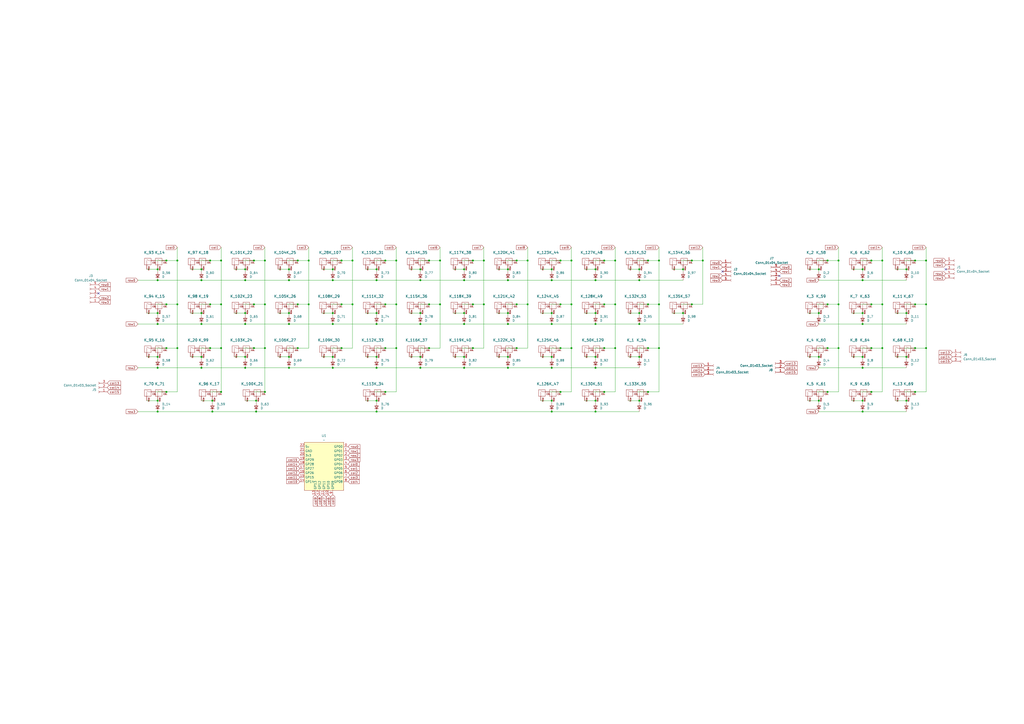
<source format=kicad_sch>
(kicad_sch (version 20231120) (generator "eeschema") (generator_version "8.0")
  (paper "A2")
  (junction (at 121.92 151.13))
  (junction (at 511.81 176.53))
  (junction (at 480.06 176.53))
  (junction (at 116.84 162.56))
  (junction (at 500.38 162.56))
  (junction (at 320.04 213.36))
  (junction (at 193.04 187.96))
  (junction (at 486.41 151.13))
  (junction (at 274.32 151.13))
  (junction (at 375.92 176.53))
  (junction (at 505.46 201.93))
  (junction (at 500.38 181.61))
  (junction (at 294.64 187.96))
  (junction (at 320.04 181.61))
  (junction (at 269.24 187.96))
  (junction (at 102.87 201.93))
  (junction (at 299.72 201.93))
  (junction (at 147.32 151.13))
  (junction (at 320.04 238.76))
  (junction (at 370.84 156.21))
  (junction (at 229.87 176.53))
  (junction (at 142.24 213.36))
  (junction (at 193.04 162.56))
  (junction (at 294.64 162.56))
  (junction (at 204.47 151.13))
  (junction (at 345.44 181.61))
  (junction (at 167.64 162.56))
  (junction (at 306.07 151.13))
  (junction (at 269.24 162.56))
  (junction (at 121.92 176.53))
  (junction (at 401.32 176.53))
  (junction (at 500.38 207.01))
  (junction (at 223.52 227.33))
  (junction (at 102.87 151.13))
  (junction (at 198.12 176.53))
  (junction (at 500.38 187.96))
  (junction (at 505.46 176.53))
  (junction (at 218.44 156.21))
  (junction (at 147.32 201.93))
  (junction (at 248.92 176.53))
  (junction (at 505.46 151.13))
  (junction (at 91.44 187.96))
  (junction (at 525.78 156.21))
  (junction (at 350.52 151.13))
  (junction (at 229.87 151.13))
  (junction (at 179.07 151.13))
  (junction (at 243.84 213.36))
  (junction (at 500.38 238.76))
  (junction (at 320.04 162.56))
  (junction (at 128.27 227.33))
  (junction (at 243.84 207.01))
  (junction (at 243.84 181.61))
  (junction (at 128.27 176.53))
  (junction (at 142.24 162.56))
  (junction (at 128.27 151.13))
  (junction (at 375.92 151.13))
  (junction (at 102.87 176.53))
  (junction (at 142.24 181.61))
  (junction (at 525.78 232.41))
  (junction (at 306.07 176.53))
  (junction (at 148.59 238.76))
  (junction (at 325.12 176.53))
  (junction (at 116.84 207.01))
  (junction (at 320.04 207.01))
  (junction (at 345.44 238.76))
  (junction (at 255.27 176.53))
  (junction (at 167.64 156.21))
  (junction (at 350.52 227.33))
  (junction (at 294.64 156.21))
  (junction (at 407.67 151.13))
  (junction (at 193.04 181.61))
  (junction (at 370.84 232.41))
  (junction (at 142.24 207.01))
  (junction (at 370.84 162.56))
  (junction (at 91.44 181.61))
  (junction (at 123.19 238.76))
  (junction (at 153.67 176.53))
  (junction (at 294.64 207.01))
  (junction (at 167.64 187.96))
  (junction (at 274.32 201.93))
  (junction (at 274.32 176.53))
  (junction (at 325.12 201.93))
  (junction (at 96.52 201.93))
  (junction (at 142.24 156.21))
  (junction (at 223.52 151.13))
  (junction (at 116.84 181.61))
  (junction (at 480.06 151.13))
  (junction (at 172.72 201.93))
  (junction (at 345.44 162.56))
  (junction (at 505.46 227.33))
  (junction (at 299.72 151.13))
  (junction (at 255.27 151.13))
  (junction (at 396.24 156.21))
  (junction (at 248.92 151.13))
  (junction (at 153.67 151.13))
  (junction (at 474.98 156.21))
  (junction (at 172.72 151.13))
  (junction (at 486.41 201.93))
  (junction (at 331.47 201.93))
  (junction (at 382.27 201.93))
  (junction (at 370.84 181.61))
  (junction (at 223.52 201.93))
  (junction (at 350.52 176.53))
  (junction (at 218.44 187.96))
  (junction (at 223.52 176.53))
  (junction (at 218.44 232.41))
  (junction (at 147.32 176.53))
  (junction (at 345.44 156.21))
  (junction (at 123.19 232.41))
  (junction (at 280.67 176.53))
  (junction (at 525.78 181.61))
  (junction (at 356.87 176.53))
  (junction (at 294.64 213.36))
  (junction (at 320.04 187.96))
  (junction (at 320.04 232.41))
  (junction (at 198.12 151.13))
  (junction (at 350.52 201.93))
  (junction (at 218.44 162.56))
  (junction (at 153.67 227.33))
  (junction (at 91.44 238.76))
  (junction (at 172.72 176.53))
  (junction (at 370.84 207.01))
  (junction (at 500.38 213.36))
  (junction (at 474.98 232.41))
  (junction (at 537.21 201.93))
  (junction (at 193.04 207.01))
  (junction (at 193.04 213.36))
  (junction (at 96.52 151.13))
  (junction (at 356.87 151.13))
  (junction (at 331.47 176.53))
  (junction (at 193.04 156.21))
  (junction (at 248.92 201.93))
  (junction (at 356.87 201.93))
  (junction (at 243.84 162.56))
  (junction (at 382.27 151.13))
  (junction (at 116.84 187.96))
  (junction (at 218.44 213.36))
  (junction (at 525.78 207.01))
  (junction (at 511.81 201.93))
  (junction (at 167.64 181.61))
  (junction (at 325.12 227.33))
  (junction (at 474.98 207.01))
  (junction (at 218.44 238.76))
  (junction (at 198.12 201.93))
  (junction (at 474.98 181.61))
  (junction (at 243.84 187.96))
  (junction (at 530.86 201.93))
  (junction (at 96.52 227.33))
  (junction (at 128.27 201.93))
  (junction (at 294.64 181.61))
  (junction (at 121.92 201.93))
  (junction (at 269.24 213.36))
  (junction (at 148.59 232.41))
  (junction (at 537.21 176.53))
  (junction (at 325.12 151.13))
  (junction (at 500.38 232.41))
  (junction (at 345.44 187.96))
  (junction (at 345.44 207.01))
  (junction (at 204.47 176.53))
  (junction (at 91.44 207.01))
  (junction (at 179.07 176.53))
  (junction (at 116.84 213.36))
  (junction (at 269.24 181.61))
  (junction (at 401.32 151.13))
  (junction (at 375.92 201.93))
  (junction (at 345.44 232.41))
  (junction (at 331.47 151.13))
  (junction (at 91.44 162.56))
  (junction (at 486.41 176.53))
  (junction (at 91.44 156.21))
  (junction (at 153.67 201.93))
  (junction (at 91.44 232.41))
  (junction (at 280.67 151.13))
  (junction (at 480.06 227.33))
  (junction (at 269.24 207.01))
  (junction (at 530.86 227.33))
  (junction (at 218.44 207.01))
  (junction (at 382.27 176.53))
  (junction (at 500.38 156.21))
  (junction (at 480.06 201.93))
  (junction (at 167.64 213.36))
  (junction (at 530.86 176.53))
  (junction (at 537.21 151.13))
  (junction (at 142.24 187.96))
  (junction (at 396.24 181.61))
  (junction (at 269.24 156.21))
  (junction (at 345.44 213.36))
  (junction (at 116.84 156.21))
  (junction (at 299.72 176.53))
  (junction (at 243.84 156.21))
  (junction (at 229.87 201.93))
  (junction (at 320.04 156.21))
  (junction (at 96.52 176.53))
  (junction (at 218.44 181.61))
  (junction (at 511.81 151.13))
  (junction (at 530.86 151.13))
  (junction (at 167.64 207.01))
  (junction (at 375.92 227.33))
  (junction (at 91.44 213.36))
  (junction (at 370.84 187.96))
  (no_connect (at 548.64 156.21))
  (no_connect (at 452.12 160.02))
  (no_connect (at 57.15 170.18))
  (no_connect (at 419.1 157.48))
  (wire (pts (xy 356.87 227.33) (xy 356.87 201.93)))
  (wire (pts (xy 96.52 176.53) (xy 102.87 176.53)))
  (wire (pts (xy 294.64 156.21) (xy 294.64 157.48)))
  (wire (pts (xy 345.44 213.36) (xy 370.84 213.36)))
  (wire (pts (xy 299.72 151.13) (xy 306.07 151.13)))
  (wire (pts (xy 116.84 156.21) (xy 116.84 157.48)))
  (wire (pts (xy 167.64 156.21) (xy 167.64 157.48)))
  (wire (pts (xy 494.03 156.21) (xy 500.38 156.21)))
  (wire (pts (xy 102.87 143.51) (xy 102.87 151.13)))
  (wire (pts (xy 382.27 143.51) (xy 382.27 151.13)))
  (wire (pts (xy 90.17 227.33) (xy 96.52 227.33)))
  (wire (pts (xy 320.04 238.76) (xy 345.44 238.76)))
  (wire (pts (xy 262.89 181.61) (xy 269.24 181.61)))
  (wire (pts (xy 153.67 201.93) (xy 153.67 227.33)))
  (wire (pts (xy 179.07 201.93) (xy 179.07 176.53)))
  (wire (pts (xy 525.78 181.61) (xy 525.78 182.88)))
  (wire (pts (xy 242.57 151.13) (xy 248.92 151.13)))
  (wire (pts (xy 369.57 201.93) (xy 375.92 201.93)))
  (wire (pts (xy 356.87 201.93) (xy 356.87 176.53)))
  (wire (pts (xy 191.77 151.13) (xy 198.12 151.13)))
  (wire (pts (xy 331.47 227.33) (xy 331.47 201.93)))
  (wire (pts (xy 243.84 156.21) (xy 243.84 157.48)))
  (wire (pts (xy 198.12 201.93) (xy 204.47 201.93)))
  (wire (pts (xy 364.49 207.01) (xy 370.84 207.01)))
  (wire (pts (xy 486.41 143.51) (xy 486.41 151.13)))
  (wire (pts (xy 121.92 151.13) (xy 128.27 151.13)))
  (wire (pts (xy 494.03 232.41) (xy 500.38 232.41)))
  (wire (pts (xy 294.64 207.01) (xy 294.64 208.28)))
  (wire (pts (xy 320.04 213.36) (xy 345.44 213.36)))
  (wire (pts (xy 116.84 187.96) (xy 142.24 187.96)))
  (wire (pts (xy 142.24 181.61) (xy 142.24 182.88)))
  (wire (pts (xy 218.44 238.76) (xy 320.04 238.76)))
  (wire (pts (xy 172.72 176.53) (xy 179.07 176.53)))
  (wire (pts (xy 269.24 162.56) (xy 294.64 162.56)))
  (wire (pts (xy 511.81 201.93) (xy 511.81 176.53)))
  (wire (pts (xy 269.24 181.61) (xy 269.24 182.88)))
  (wire (pts (xy 505.46 151.13) (xy 511.81 151.13)))
  (wire (pts (xy 140.97 176.53) (xy 147.32 176.53)))
  (wire (pts (xy 267.97 201.93) (xy 274.32 201.93)))
  (wire (pts (xy 313.69 232.41) (xy 320.04 232.41)))
  (wire (pts (xy 473.71 176.53) (xy 480.06 176.53)))
  (wire (pts (xy 218.44 232.41) (xy 218.44 233.68)))
  (wire (pts (xy 369.57 227.33) (xy 375.92 227.33)))
  (wire (pts (xy 179.07 143.51) (xy 179.07 151.13)))
  (wire (pts (xy 218.44 156.21) (xy 218.44 157.48)))
  (wire (pts (xy 128.27 151.13) (xy 128.27 176.53)))
  (wire (pts (xy 486.41 151.13) (xy 486.41 176.53)))
  (wire (pts (xy 102.87 151.13) (xy 102.87 176.53)))
  (wire (pts (xy 243.84 162.56) (xy 269.24 162.56)))
  (wire (pts (xy 255.27 143.51) (xy 255.27 151.13)))
  (wire (pts (xy 344.17 227.33) (xy 350.52 227.33)))
  (wire (pts (xy 345.44 156.21) (xy 345.44 157.48)))
  (wire (pts (xy 153.67 143.51) (xy 153.67 151.13)))
  (wire (pts (xy 96.52 151.13) (xy 102.87 151.13)))
  (wire (pts (xy 537.21 143.51) (xy 537.21 151.13)))
  (wire (pts (xy 320.04 181.61) (xy 320.04 182.88)))
  (wire (pts (xy 269.24 207.01) (xy 269.24 208.28)))
  (wire (pts (xy 91.44 232.41) (xy 91.44 233.68)))
  (wire (pts (xy 530.86 201.93) (xy 537.21 201.93)))
  (wire (pts (xy 147.32 176.53) (xy 153.67 176.53)))
  (wire (pts (xy 135.89 181.61) (xy 142.24 181.61)))
  (wire (pts (xy 204.47 143.51) (xy 204.47 151.13)))
  (wire (pts (xy 123.19 232.41) (xy 123.19 233.68)))
  (wire (pts (xy 280.67 143.51) (xy 280.67 151.13)))
  (wire (pts (xy 345.44 232.41) (xy 345.44 233.68)))
  (wire (pts (xy 344.17 176.53) (xy 350.52 176.53)))
  (wire (pts (xy 350.52 201.93) (xy 356.87 201.93)))
  (wire (pts (xy 218.44 207.01) (xy 218.44 208.28)))
  (wire (pts (xy 128.27 201.93) (xy 128.27 176.53)))
  (wire (pts (xy 147.32 227.33) (xy 153.67 227.33)))
  (wire (pts (xy 356.87 143.51) (xy 356.87 151.13)))
  (wire (pts (xy 407.67 143.51) (xy 407.67 151.13)))
  (wire (pts (xy 505.46 227.33) (xy 511.81 227.33)))
  (wire (pts (xy 480.06 176.53) (xy 486.41 176.53)))
  (wire (pts (xy 519.43 181.61) (xy 525.78 181.61)))
  (wire (pts (xy 306.07 201.93) (xy 306.07 176.53)))
  (wire (pts (xy 394.97 176.53) (xy 401.32 176.53)))
  (wire (pts (xy 193.04 156.21) (xy 193.04 157.48)))
  (wire (pts (xy 299.72 201.93) (xy 306.07 201.93)))
  (wire (pts (xy 396.24 156.21) (xy 396.24 157.48)))
  (wire (pts (xy 116.84 232.41) (xy 123.19 232.41)))
  (wire (pts (xy 339.09 207.01) (xy 345.44 207.01)))
  (wire (pts (xy 505.46 176.53) (xy 511.81 176.53)))
  (wire (pts (xy 147.32 201.93) (xy 153.67 201.93)))
  (wire (pts (xy 500.38 181.61) (xy 500.38 182.88)))
  (wire (pts (xy 153.67 201.93) (xy 153.67 176.53)))
  (wire (pts (xy 186.69 181.61) (xy 193.04 181.61)))
  (wire (pts (xy 468.63 156.21) (xy 474.98 156.21)))
  (wire (pts (xy 350.52 176.53) (xy 356.87 176.53)))
  (wire (pts (xy 148.59 238.76) (xy 218.44 238.76)))
  (wire (pts (xy 153.67 151.13) (xy 153.67 176.53)))
  (wire (pts (xy 223.52 151.13) (xy 229.87 151.13)))
  (wire (pts (xy 382.27 151.13) (xy 382.27 176.53)))
  (wire (pts (xy 91.44 187.96) (xy 116.84 187.96)))
  (wire (pts (xy 91.44 213.36) (xy 116.84 213.36)))
  (wire (pts (xy 116.84 162.56) (xy 142.24 162.56)))
  (wire (pts (xy 306.07 143.51) (xy 306.07 151.13)))
  (wire (pts (xy 294.64 187.96) (xy 320.04 187.96)))
  (wire (pts (xy 339.09 156.21) (xy 345.44 156.21)))
  (wire (pts (xy 473.71 227.33) (xy 480.06 227.33)))
  (wire (pts (xy 524.51 176.53) (xy 530.86 176.53)))
  (wire (pts (xy 147.32 151.13) (xy 153.67 151.13)))
  (wire (pts (xy 193.04 213.36) (xy 218.44 213.36)))
  (wire (pts (xy 223.52 176.53) (xy 229.87 176.53)))
  (wire (pts (xy 537.21 151.13) (xy 537.21 176.53)))
  (wire (pts (xy 320.04 232.41) (xy 320.04 233.68)))
  (wire (pts (xy 525.78 156.21) (xy 525.78 157.48)))
  (wire (pts (xy 123.19 238.76) (xy 148.59 238.76)))
  (wire (pts (xy 500.38 207.01) (xy 500.38 208.28)))
  (wire (pts (xy 318.77 227.33) (xy 325.12 227.33)))
  (wire (pts (xy 242.57 176.53) (xy 248.92 176.53)))
  (wire (pts (xy 179.07 151.13) (xy 179.07 176.53)))
  (wire (pts (xy 167.64 181.61) (xy 167.64 182.88)))
  (wire (pts (xy 172.72 151.13) (xy 179.07 151.13)))
  (wire (pts (xy 218.44 213.36) (xy 243.84 213.36)))
  (wire (pts (xy 248.92 151.13) (xy 255.27 151.13)))
  (wire (pts (xy 85.09 181.61) (xy 91.44 181.61)))
  (wire (pts (xy 293.37 151.13) (xy 299.72 151.13)))
  (wire (pts (xy 500.38 187.96) (xy 525.78 187.96)))
  (wire (pts (xy 116.84 207.01) (xy 116.84 208.28)))
  (wire (pts (xy 325.12 227.33) (xy 331.47 227.33)))
  (wire (pts (xy 313.69 207.01) (xy 320.04 207.01)))
  (wire (pts (xy 91.44 238.76) (xy 123.19 238.76)))
  (wire (pts (xy 480.06 151.13) (xy 486.41 151.13)))
  (wire (pts (xy 217.17 176.53) (xy 223.52 176.53)))
  (wire (pts (xy 394.97 151.13) (xy 401.32 151.13)))
  (wire (pts (xy 102.87 201.93) (xy 102.87 227.33)))
  (wire (pts (xy 500.38 238.76) (xy 525.78 238.76)))
  (wire (pts (xy 115.57 151.13) (xy 121.92 151.13)))
  (wire (pts (xy 396.24 181.61) (xy 396.24 182.88)))
  (wire (pts (xy 320.04 187.96) (xy 345.44 187.96)))
  (wire (pts (xy 193.04 187.96) (xy 218.44 187.96)))
  (wire (pts (xy 140.97 201.93) (xy 147.32 201.93)))
  (wire (pts (xy 167.64 213.36) (xy 193.04 213.36)))
  (wire (pts (xy 85.09 207.01) (xy 91.44 207.01)))
  (wire (pts (xy 212.09 232.41) (xy 218.44 232.41)))
  (wire (pts (xy 204.47 201.93) (xy 204.47 176.53)))
  (wire (pts (xy 166.37 151.13) (xy 172.72 151.13)))
  (wire (pts (xy 198.12 176.53) (xy 204.47 176.53)))
  (wire (pts (xy 280.67 151.13) (xy 280.67 176.53)))
  (wire (pts (xy 267.97 176.53) (xy 274.32 176.53)))
  (wire (pts (xy 212.09 207.01) (xy 218.44 207.01)))
  (wire (pts (xy 468.63 232.41) (xy 474.98 232.41)))
  (wire (pts (xy 269.24 156.21) (xy 269.24 157.48)))
  (wire (pts (xy 325.12 151.13) (xy 331.47 151.13)))
  (wire (pts (xy 474.98 207.01) (xy 474.98 208.28)))
  (wire (pts (xy 350.52 227.33) (xy 356.87 227.33)))
  (wire (pts (xy 274.32 151.13) (xy 280.67 151.13)))
  (wire (pts (xy 480.06 227.33) (xy 486.41 227.33)))
  (wire (pts (xy 530.86 151.13) (xy 537.21 151.13)))
  (wire (pts (xy 288.29 156.21) (xy 294.64 156.21)))
  (wire (pts (xy 191.77 176.53) (xy 198.12 176.53)))
  (wire (pts (xy 344.17 201.93) (xy 350.52 201.93)))
  (wire (pts (xy 364.49 156.21) (xy 370.84 156.21)))
  (wire (pts (xy 212.09 156.21) (xy 218.44 156.21)))
  (wire (pts (xy 299.72 176.53) (xy 306.07 176.53)))
  (wire (pts (xy 499.11 176.53) (xy 505.46 176.53)))
  (wire (pts (xy 500.38 156.21) (xy 500.38 157.48)))
  (wire (pts (xy 274.32 201.93) (xy 280.67 201.93)))
  (wire (pts (xy 370.84 181.61) (xy 370.84 182.88)))
  (wire (pts (xy 186.69 156.21) (xy 193.04 156.21)))
  (wire (pts (xy 294.64 162.56) (xy 320.04 162.56)))
  (wire (pts (xy 519.43 232.41) (xy 525.78 232.41)))
  (wire (pts (xy 331.47 143.51) (xy 331.47 151.13)))
  (wire (pts (xy 167.64 207.01) (xy 167.64 208.28)))
  (wire (pts (xy 90.17 151.13) (xy 96.52 151.13)))
  (wire (pts (xy 242.57 201.93) (xy 248.92 201.93)))
  (wire (pts (xy 339.09 232.41) (xy 345.44 232.41)))
  (wire (pts (xy 345.44 181.61) (xy 345.44 182.88)))
  (wire (pts (xy 135.89 156.21) (xy 142.24 156.21)))
  (wire (pts (xy 223.52 227.33) (xy 229.87 227.33)))
  (wire (pts (xy 474.98 162.56) (xy 500.38 162.56)))
  (wire (pts (xy 198.12 151.13) (xy 204.47 151.13)))
  (wire (pts (xy 243.84 207.01) (xy 243.84 208.28)))
  (wire (pts (xy 511.81 143.51) (xy 511.81 151.13)))
  (wire (pts (xy 204.47 151.13) (xy 204.47 176.53)))
  (wire (pts (xy 121.92 176.53) (xy 128.27 176.53)))
  (wire (pts (xy 382.27 227.33) (xy 382.27 201.93)))
  (wire (pts (xy 345.44 187.96) (xy 370.84 187.96)))
  (wire (pts (xy 212.09 181.61) (xy 218.44 181.61)))
  (wire (pts (xy 102.87 201.93) (xy 102.87 176.53)))
  (wire (pts (xy 407.67 151.13) (xy 407.67 176.53)))
  (wire (pts (xy 369.57 151.13) (xy 375.92 151.13)))
  (wire (pts (xy 325.12 201.93) (xy 331.47 201.93)))
  (wire (pts (xy 500.38 162.56) (xy 525.78 162.56)))
  (wire (pts (xy 128.27 201.93) (xy 128.27 227.33)))
  (wire (pts (xy 262.89 207.01) (xy 269.24 207.01)))
  (wire (pts (xy 243.84 181.61) (xy 243.84 182.88)))
  (wire (pts (xy 91.44 156.21) (xy 91.44 157.48)))
  (wire (pts (xy 142.24 232.41) (xy 148.59 232.41)))
  (wire (pts (xy 288.29 181.61) (xy 294.64 181.61)))
  (wire (pts (xy 382.27 201.93) (xy 382.27 176.53)))
  (wire (pts (xy 90.17 176.53) (xy 96.52 176.53)))
  (wire (pts (xy 121.92 227.33) (xy 128.27 227.33)))
  (wire (pts (xy 474.98 187.96) (xy 500.38 187.96)))
  (wire (pts (xy 339.09 181.61) (xy 345.44 181.61)))
  (wire (pts (xy 320.04 156.21) (xy 320.04 157.48)))
  (wire (pts (xy 486.41 227.33) (xy 486.41 201.93)))
  (wire (pts (xy 530.86 227.33) (xy 537.21 227.33)))
  (wire (pts (xy 274.32 176.53) (xy 280.67 176.53)))
  (wire (pts (xy 294.64 181.61) (xy 294.64 182.88)))
  (wire (pts (xy 293.37 201.93) (xy 299.72 201.93)))
  (wire (pts (xy 193.04 181.61) (xy 193.04 182.88)))
  (wire (pts (xy 115.57 201.93) (xy 121.92 201.93)))
  (wire (pts (xy 142.24 213.36) (xy 167.64 213.36)))
  (wire (pts (xy 375.92 151.13) (xy 382.27 151.13)))
  (wire (pts (xy 473.71 201.93) (xy 480.06 201.93)))
  (wire (pts (xy 468.63 181.61) (xy 474.98 181.61)))
  (wire (pts (xy 85.09 232.41) (xy 91.44 232.41)))
  (wire (pts (xy 468.63 207.01) (xy 474.98 207.01)))
  (wire (pts (xy 193.04 207.01) (xy 193.04 208.28)))
  (wire (pts (xy 500.38 213.36) (xy 525.78 213.36)))
  (wire (pts (xy 193.04 162.56) (xy 218.44 162.56)))
  (wire (pts (xy 161.29 156.21) (xy 167.64 156.21)))
  (wire (pts (xy 320.04 207.01) (xy 320.04 208.28)))
  (wire (pts (xy 218.44 162.56) (xy 243.84 162.56)))
  (wire (pts (xy 519.43 156.21) (xy 525.78 156.21)))
  (wire (pts (xy 255.27 201.93) (xy 255.27 176.53)))
  (wire (pts (xy 135.89 207.01) (xy 142.24 207.01)))
  (wire (pts (xy 229.87 201.93) (xy 229.87 176.53)))
  (wire (pts (xy 161.29 181.61) (xy 167.64 181.61)))
  (wire (pts (xy 90.17 201.93) (xy 96.52 201.93)))
  (wire (pts (xy 370.84 162.56) (xy 396.24 162.56)))
  (wire (pts (xy 172.72 201.93) (xy 179.07 201.93)))
  (wire (pts (xy 96.52 227.33) (xy 102.87 227.33)))
  (wire (pts (xy 494.03 207.01) (xy 500.38 207.01)))
  (wire (pts (xy 499.11 151.13) (xy 505.46 151.13)))
  (wire (pts (xy 313.69 156.21) (xy 320.04 156.21)))
  (wire (pts (xy 537.21 201.93) (xy 537.21 176.53)))
  (wire (pts (xy 121.92 201.93) (xy 128.27 201.93)))
  (wire (pts (xy 110.49 207.01) (xy 116.84 207.01)))
  (wire (pts (xy 167.64 162.56) (xy 193.04 162.56)))
  (wire (pts (xy 116.84 213.36) (xy 142.24 213.36)))
  (wire (pts (xy 370.84 232.41) (xy 370.84 233.68)))
  (wire (pts (xy 331.47 201.93) (xy 331.47 176.53)))
  (wire (pts (xy 255.27 151.13) (xy 255.27 176.53)))
  (wire (pts (xy 345.44 162.56) (xy 370.84 162.56)))
  (wire (pts (xy 474.98 156.21) (xy 474.98 157.48)))
  (wire (pts (xy 91.44 181.61) (xy 91.44 182.88)))
  (wire (pts (xy 369.57 176.53) (xy 375.92 176.53)))
  (wire (pts (xy 288.29 207.01) (xy 294.64 207.01)))
  (wire (pts (xy 344.17 151.13) (xy 350.52 151.13)))
  (wire (pts (xy 345.44 238.76) (xy 370.84 238.76)))
  (wire (pts (xy 80.01 238.76) (xy 91.44 238.76)))
  (wire (pts (xy 511.81 151.13) (xy 511.81 176.53)))
  (wire (pts (xy 505.46 201.93) (xy 511.81 201.93)))
  (wire (pts (xy 524.51 227.33) (xy 530.86 227.33)))
  (wire (pts (xy 474.98 238.76) (xy 500.38 238.76)))
  (wire (pts (xy 110.49 156.21) (xy 116.84 156.21)))
  (wire (pts (xy 364.49 232.41) (xy 370.84 232.41)))
  (wire (pts (xy 166.37 201.93) (xy 172.72 201.93)))
  (wire (pts (xy 511.81 227.33) (xy 511.81 201.93)))
  (wire (pts (xy 237.49 156.21) (xy 243.84 156.21)))
  (wire (pts (xy 294.64 213.36) (xy 320.04 213.36)))
  (wire (pts (xy 318.77 201.93) (xy 325.12 201.93)))
  (wire (pts (xy 494.03 181.61) (xy 500.38 181.61)))
  (wire (pts (xy 389.89 181.61) (xy 396.24 181.61)))
  (wire (pts (xy 161.29 207.01) (xy 167.64 207.01)))
  (wire (pts (xy 401.32 176.53) (xy 407.67 176.53)))
  (wire (pts (xy 186.69 207.01) (xy 193.04 207.01)))
  (wire (pts (xy 524.51 201.93) (xy 530.86 201.93)))
  (wire (pts (xy 248.92 176.53) (xy 255.27 176.53)))
  (wire (pts (xy 229.87 143.51) (xy 229.87 151.13)))
  (wire (pts (xy 262.89 156.21) (xy 269.24 156.21)))
  (wire (pts (xy 474.98 232.41) (xy 474.98 233.68)))
  (wire (pts (xy 218.44 181.61) (xy 218.44 182.88)))
  (wire (pts (xy 370.84 187.96) (xy 396.24 187.96)))
  (wire (pts (xy 237.49 181.61) (xy 243.84 181.61)))
  (wire (pts (xy 356.87 151.13) (xy 356.87 176.53)))
  (wire (pts (xy 486.41 201.93) (xy 486.41 176.53)))
  (wire (pts (xy 269.24 213.36) (xy 294.64 213.36)))
  (wire (pts (xy 370.84 207.01) (xy 370.84 208.28)))
  (wire (pts (xy 80.01 213.36) (xy 91.44 213.36)))
  (wire (pts (xy 142.24 156.21) (xy 142.24 157.48)))
  (wire (pts (xy 229.87 227.33) (xy 229.87 201.93)))
  (wire (pts (xy 401.32 151.13) (xy 407.67 151.13)))
  (wire (pts (xy 128.27 143.51) (xy 128.27 151.13)))
  (wire (pts (xy 325.12 176.53) (xy 331.47 176.53)))
  (wire (pts (xy 166.37 176.53) (xy 172.72 176.53)))
  (wire (pts (xy 237.49 207.01) (xy 243.84 207.01)))
  (wire (pts (xy 370.84 156.21) (xy 370.84 157.48)))
  (wire (pts (xy 375.92 201.93) (xy 382.27 201.93)))
  (wire (pts (xy 116.84 181.61) (xy 116.84 182.88)))
  (wire (pts (xy 331.47 151.13) (xy 331.47 176.53)))
  (wire (pts (xy 223.52 201.93) (xy 229.87 201.93)))
  (wire (pts (xy 140.97 151.13) (xy 147.32 151.13)))
  (wire (pts (xy 519.43 207.01) (xy 525.78 207.01)))
  (wire (pts (xy 537.21 227.33) (xy 537.21 201.93)))
  (wire (pts (xy 375.92 227.33) (xy 382.27 227.33)))
  (wire (pts (xy 345.44 207.01) (xy 345.44 208.28)))
  (wire (pts (xy 218.44 187.96) (xy 243.84 187.96)))
  (wire (pts (xy 474.98 213.36) (xy 500.38 213.36)))
  (wire (pts (xy 80.01 162.56) (xy 91.44 162.56)))
  (wire (pts (xy 91.44 162.56) (xy 116.84 162.56)))
  (wire (pts (xy 142.24 207.01) (xy 142.24 208.28)))
  (wire (pts (xy 267.97 151.13) (xy 274.32 151.13)))
  (wire (pts (xy 142.24 187.96) (xy 167.64 187.96)))
  (wire (pts (xy 269.24 187.96) (xy 294.64 187.96)))
  (wire (pts (xy 530.86 176.53) (xy 537.21 176.53)))
  (wire (pts (xy 320.04 162.56) (xy 345.44 162.56)))
  (wire (pts (xy 243.84 187.96) (xy 269.24 187.96)))
  (wire (pts (xy 85.09 156.21) (xy 91.44 156.21)))
  (wire (pts (xy 524.51 151.13) (xy 530.86 151.13)))
  (wire (pts (xy 313.69 181.61) (xy 320.04 181.61)))
  (wire (pts (xy 96.52 201.93) (xy 102.87 201.93)))
  (wire (pts (xy 110.49 181.61) (xy 116.84 181.61)))
  (wire (pts (xy 191.77 201.93) (xy 198.12 201.93)))
  (wire (pts (xy 350.52 151.13) (xy 356.87 151.13)))
  (wire (pts (xy 525.78 232.41) (xy 525.78 233.68)))
  (wire (pts (xy 280.67 201.93) (xy 280.67 176.53)))
  (wire (pts (xy 499.11 227.33) (xy 505.46 227.33)))
  (wire (pts (xy 293.37 176.53) (xy 299.72 176.53)))
  (wire (pts (xy 217.17 151.13) (xy 223.52 151.13)))
  (wire (pts (xy 318.77 176.53) (xy 325.12 176.53)))
  (wire (pts (xy 142.24 162.56) (xy 167.64 162.56)))
  (wire (pts (xy 499.11 201.93) (xy 505.46 201.93)))
  (wire (pts (xy 525.78 207.01) (xy 525.78 208.28)))
  (wire (pts (xy 389.89 156.21) (xy 396.24 156.21)))
  (wire (pts (xy 375.92 176.53) (xy 382.27 176.53)))
  (wire (pts (xy 229.87 151.13) (xy 229.87 176.53)))
  (wire (pts (xy 318.77 151.13) (xy 325.12 151.13)))
  (wire (pts (xy 217.17 201.93) (xy 223.52 201.93)))
  (wire (pts (xy 91.44 207.01) (xy 91.44 208.28)))
  (wire (pts (xy 480.06 201.93) (xy 486.41 201.93)))
  (wire (pts (xy 243.84 213.36) (xy 269.24 213.36)))
  (wire (pts (xy 306.07 151.13) (xy 306.07 176.53)))
  (wire (pts (xy 80.01 187.96) (xy 91.44 187.96)))
  (wire (pts (xy 148.59 232.41) (xy 148.59 233.68)))
  (wire (pts (xy 500.38 232.41) (xy 500.38 233.68)))
  (wire (pts (xy 217.17 227.33) (xy 223.52 227.33)))
  (wire (pts (xy 115.57 176.53) (xy 121.92 176.53)))
  (wire (pts (xy 364.49 181.61) (xy 370.84 181.61)))
  (wire (pts (xy 473.71 151.13) (xy 480.06 151.13)))
  (wire (pts (xy 167.64 187.96) (xy 193.04 187.96)))
  (wire (pts (xy 248.92 201.93) (xy 255.27 201.93)))
  (wire (pts (xy 474.98 181.61) (xy 474.98 182.88)))
  (global_label "row3" (shape input) (at 419.1 162.56 180) (property "Intersheetrefs" "${INTERSHEET_REFS}" (effects (hide yes))))
  (global_label "col8" (shape input) (at 185.42 287.02 270) (property "Intersheetrefs" "${INTERSHEET_REFS}" (effects (hide yes))))
  (global_label "row0" (shape input) (at 474.98 162.56 180) (property "Intersheetrefs" "${INTERSHEET_REFS}" (effects (hide yes))))
  (global_label "row1" (shape input) (at 57.15 167.64 0) (property "Intersheetrefs" "${INTERSHEET_REFS}" (effects (hide yes))))
  (global_label "col10" (shape input) (at 173.99 279.4 180) (property "Intersheetrefs" "${INTERSHEET_REFS}" (effects (hide yes))))
  (global_label "col15" (shape input) (at 408.94 217.17 180) (property "Intersheetrefs" "${INTERSHEET_REFS}" (effects (hide yes))))
  (global_label "row0" (shape input) (at 57.15 165.1 0) (property "Intersheetrefs" "${INTERSHEET_REFS}" (effects (hide yes))))
  (global_label "row2" (shape input) (at 474.98 213.36 180) (property "Intersheetrefs" "${INTERSHEET_REFS}" (effects (hide yes))))
  (global_label "row2" (shape input) (at 80.01 213.36 180) (property "Intersheetrefs" "${INTERSHEET_REFS}" (effects (hide yes))))
  (global_label "col1" (shape input) (at 128.27 143.51 180) (property "Intersheetrefs" "${INTERSHEET_REFS}" (effects (hide yes))))
  (global_label "row0" (shape input) (at 548.64 151.13 180) (property "Intersheetrefs" "${INTERSHEET_REFS}" (effects (hide yes))))
  (global_label "row3" (shape input) (at 548.64 161.29 180) (property "Intersheetrefs" "${INTERSHEET_REFS}" (effects (hide yes))))
  (global_label "col14" (shape input) (at 173.99 269.24 180) (property "Intersheetrefs" "${INTERSHEET_REFS}" (effects (hide yes))))
  (global_label "col4" (shape input) (at 201.93 279.4 0) (property "Intersheetrefs" "${INTERSHEET_REFS}" (effects (hide yes))))
  (global_label "col12" (shape input) (at 173.99 274.32 180) (property "Intersheetrefs" "${INTERSHEET_REFS}" (effects (hide yes))))
  (global_label "col15" (shape input) (at 173.99 266.7 180) (property "Intersheetrefs" "${INTERSHEET_REFS}" (effects (hide yes))))
  (global_label "col0" (shape input) (at 201.93 269.24 0) (property "Intersheetrefs" "${INTERSHEET_REFS}" (effects (hide yes))))
  (global_label "row0" (shape input) (at 419.1 152.4 180) (property "Intersheetrefs" "${INTERSHEET_REFS}" (effects (hide yes))))
  (global_label "row3" (shape input) (at 452.12 165.1 0) (property "Intersheetrefs" "${INTERSHEET_REFS}" (effects (hide yes))))
  (global_label "row1" (shape input) (at 452.12 157.48 0) (property "Intersheetrefs" "${INTERSHEET_REFS}" (effects (hide yes))))
  (global_label "col5" (shape input) (at 193.04 287.02 270) (property "Intersheetrefs" "${INTERSHEET_REFS}" (effects (hide yes))))
  (global_label "col14" (shape input) (at 62.23 224.79 0) (property "Intersheetrefs" "${INTERSHEET_REFS}" (effects (hide yes))))
  (global_label "col13" (shape input) (at 62.23 222.25 0) (property "Intersheetrefs" "${INTERSHEET_REFS}" (effects (hide yes))))
  (global_label "col7" (shape input) (at 187.96 287.02 270) (property "Intersheetrefs" "${INTERSHEET_REFS}" (effects (hide yes))))
  (global_label "col13" (shape input) (at 552.45 204.47 180) (property "Intersheetrefs" "${INTERSHEET_REFS}" (effects (hide yes))))
  (global_label "col6" (shape input) (at 190.5 287.02 270) (property "Intersheetrefs" "${INTERSHEET_REFS}" (effects (hide yes))))
  (global_label "col5" (shape input) (at 229.87 143.51 180) (property "Intersheetrefs" "${INTERSHEET_REFS}" (effects (hide yes))))
  (global_label "row3" (shape input) (at 80.01 238.76 180) (property "Intersheetrefs" "${INTERSHEET_REFS}" (effects (hide yes))))
  (global_label "col12" (shape input) (at 407.67 143.51 180) (property "Intersheetrefs" "${INTERSHEET_REFS}" (effects (hide yes))))
  (global_label "row1" (shape input) (at 548.64 153.67 180) (property "Intersheetrefs" "${INTERSHEET_REFS}" (effects (hide yes))))
  (global_label "row0" (shape input) (at 452.12 154.94 0) (property "Intersheetrefs" "${INTERSHEET_REFS}" (effects (hide yes))))
  (global_label "col6" (shape input) (at 255.27 143.51 180) (property "Intersheetrefs" "${INTERSHEET_REFS}" (effects (hide yes))))
  (global_label "col15" (shape input) (at 552.45 209.55 180) (property "Intersheetrefs" "${INTERSHEET_REFS}" (effects (hide yes))))
  (global_label "row1" (shape input) (at 201.93 261.62 0) (property "Intersheetrefs" "${INTERSHEET_REFS}" (effects (hide yes))))
  (global_label "col1" (shape input) (at 201.93 271.78 0) (property "Intersheetrefs" "${INTERSHEET_REFS}" (effects (hide yes))))
  (global_label "col11" (shape input) (at 382.27 143.51 180) (property "Intersheetrefs" "${INTERSHEET_REFS}" (effects (hide yes))))
  (global_label "col15" (shape input) (at 537.21 143.51 180) (property "Intersheetrefs" "${INTERSHEET_REFS}" (effects (hide yes))))
  (global_label "row2" (shape input) (at 57.15 172.72 0) (property "Intersheetrefs" "${INTERSHEET_REFS}" (effects (hide yes))))
  (global_label "row1" (shape input) (at 474.98 187.96 180) (property "Intersheetrefs" "${INTERSHEET_REFS}" (effects (hide yes))))
  (global_label "col13" (shape input) (at 486.41 143.51 180) (property "Intersheetrefs" "${INTERSHEET_REFS}" (effects (hide yes))))
  (global_label "col9" (shape input) (at 331.47 143.51 180) (property "Intersheetrefs" "${INTERSHEET_REFS}" (effects (hide yes))))
  (global_label "col11" (shape input) (at 173.99 276.86 180) (property "Intersheetrefs" "${INTERSHEET_REFS}" (effects (hide yes))))
  (global_label "col15" (shape input) (at 62.23 227.33 0) (property "Intersheetrefs" "${INTERSHEET_REFS}" (effects (hide yes))))
  (global_label "row3" (shape input) (at 474.98 238.76 180) (property "Intersheetrefs" "${INTERSHEET_REFS}" (effects (hide yes))))
  (global_label "col0" (shape input) (at 102.87 143.51 180) (property "Intersheetrefs" "${INTERSHEET_REFS}" (effects (hide yes))))
  (global_label "row0" (shape input) (at 80.01 162.56 180) (property "Intersheetrefs" "${INTERSHEET_REFS}" (effects (hide yes))))
  (global_label "col2" (shape input) (at 153.67 143.51 180) (property "Intersheetrefs" "${INTERSHEET_REFS}" (effects (hide yes))))
  (global_label "col14" (shape input) (at 552.45 207.01 180) (property "Intersheetrefs" "${INTERSHEET_REFS}" (effects (hide yes))))
  (global_label "row3" (shape input) (at 201.93 266.7 0) (property "Intersheetrefs" "${INTERSHEET_REFS}" (effects (hide yes))))
  (global_label "col3" (shape input) (at 179.07 143.51 180) (property "Intersheetrefs" "${INTERSHEET_REFS}" (effects (hide yes))))
  (global_label "col13" (shape input) (at 408.94 212.09 180) (property "Intersheetrefs" "${INTERSHEET_REFS}" (effects (hide yes))))
  (global_label "row1" (shape input) (at 80.01 187.96 180) (property "Intersheetrefs" "${INTERSHEET_REFS}" (effects (hide yes))))
  (global_label "row2" (shape input) (at 201.93 264.16 0) (property "Intersheetrefs" "${INTERSHEET_REFS}" (effects (hide yes))))
  (global_label "col14" (shape input) (at 408.94 214.63 180) (property "Intersheetrefs" "${INTERSHEET_REFS}" (effects (hide yes))))
  (global_label "col14" (shape input) (at 511.81 143.51 180) (property "Intersheetrefs" "${INTERSHEET_REFS}" (effects (hide yes))))
  (global_label "col4" (shape input) (at 204.47 143.51 180) (property "Intersheetrefs" "${INTERSHEET_REFS}" (effects (hide yes))))
  (global_label "col7" (shape input) (at 280.67 143.51 180) (property "Intersheetrefs" "${INTERSHEET_REFS}" (effects (hide yes))))
  (global_label "col13" (shape input) (at 454.66 210.82 0) (property "Intersheetrefs" "${INTERSHEET_REFS}" (effects (hide yes))))
  (global_label "row3" (shape input) (at 57.15 175.26 0) (property "Intersheetrefs" "${INTERSHEET_REFS}" (effects (hide yes))))
  (global_label "row2" (shape input) (at 548.64 158.75 180) (property "Intersheetrefs" "${INTERSHEET_REFS}" (effects (hide yes))))
  (global_label "col15" (shape input) (at 454.66 215.9 0) (property "Intersheetrefs" "${INTERSHEET_REFS}" (effects (hide yes))))
  (global_label "row2" (shape input) (at 452.12 162.56 0) (property "Intersheetrefs" "${INTERSHEET_REFS}" (effects (hide yes))))
  (global_label "row2" (shape input) (at 419.1 160.02 180) (property "Intersheetrefs" "${INTERSHEET_REFS}" (effects (hide yes))))
  (global_label "col8" (shape input) (at 306.07 143.51 180) (property "Intersheetrefs" "${INTERSHEET_REFS}" (effects (hide yes))))
  (global_label "col13" (shape input) (at 173.99 271.78 180) (property "Intersheetrefs" "${INTERSHEET_REFS}" (effects (hide yes))))
  (global_label "col2" (shape input) (at 201.93 274.32 0) (property "Intersheetrefs" "${INTERSHEET_REFS}" (effects (hide yes))))
  (global_label "row1" (shape input) (at 419.1 154.94 180) (property "Intersheetrefs" "${INTERSHEET_REFS}" (effects (hide yes))))
  (global_label "col3" (shape input) (at 201.93 276.86 0) (property "Intersheetrefs" "${INTERSHEET_REFS}" (effects (hide yes))))
  (global_label "row0" (shape input) (at 201.93 259.08 0) (property "Intersheetrefs" "${INTERSHEET_REFS}" (effects (hide yes))))
  (global_label "col10" (shape input) (at 356.87 143.51 180) (property "Intersheetrefs" "${INTERSHEET_REFS}" (effects (hide yes))))
  (global_label "col14" (shape input) (at 454.66 213.36 0) (property "Intersheetrefs" "${INTERSHEET_REFS}" (effects (hide yes))))
  (global_label "col9" (shape input) (at 182.88 287.02 270) (property "Intersheetrefs" "${INTERSHEET_REFS}" (effects (hide yes))))
  (symbol (lib_id "Device:D_Small") (at 320.04 236.22 90) (unit 1)
    (property "Reference" "D_89" (at 322.58 234.442 90) (effects (justify right)))
    (property "Value" "D" (at 322.58 236.728 90) (effects (justify right)))
    (property "Footprint" "Diode_SMD:D_SOD-123" (effects (hide yes)))
  )
  (symbol (lib_id "MX_Alps_Hybrid:MX-NoLED") (at 372.11 203.2 0) (unit 1)
    (property "Reference" "K_54" (at 372.11 197.2818 0) (effects (font (size 1.524 1.524))))
    (property "Value" "KEYSW" (effects (hide yes)))
    (property "Footprint" "Gateron_KS33_Solderable:Gateron-KS33-Solderable-1.5U" (effects (hide yes)))
  )
  (symbol (lib_id "Device:D_Small") (at 294.64 210.82 90) (unit 1)
    (property "Reference" "D_85" (at 297.18 209.042 90) (effects (justify right)))
    (property "Value" "D" (at 297.18 211.328 90) (effects (justify right)))
    (property "Footprint" "Diode_SMD:D_SOD-123" (effects (hide yes)))
  )
  (symbol (lib_id "MX_Alps_Hybrid:MX-NoLED") (at 245.11 152.4 0) (unit 1)
    (property "Reference" "K_35" (at 245.11 146.4818 0) (effects (font (size 1.524 1.524))))
    (property "Value" "KEYSW" (effects (hide yes)))
    (property "Footprint" "Gateron_KS33_Solderable:Gateron-KS33-Solderable-1U" (effects (hide yes)))
  )
  (symbol (lib_id "MX_Alps_Hybrid:MX-NoLED") (at 469.9 228.6 0) (unit 1)
    (property "Reference" "K_5" (at 469.9 222.6818 0) (effects (font (size 1.524 1.524))))
    (property "Value" "KEYSW" (effects (hide yes)))
    (property "Footprint" "MX_Solderable:MX-Solderable-1U" (effects (hide yes)))
  )
  (symbol (lib_id "MX_Alps_Hybrid:MX-NoLED") (at 476.25 152.4 0) (unit 1)
    (property "Reference" "K_58" (at 476.25 146.4818 0) (effects (font (size 1.524 1.524))))
    (property "Value" "KEYSW" (effects (hide yes)))
    (property "Footprint" "Gateron_KS33_Solderable:Gateron-KS33-Solderable-1U" (effects (hide yes)))
  )
  (symbol (lib_id "MX_Alps_Hybrid:MX-NoLED") (at 270.51 152.4 0) (unit 1)
    (property "Reference" "K_38" (at 270.51 146.4818 0) (effects (font (size 1.524 1.524))))
    (property "Value" "KEYSW" (effects (hide yes)))
    (property "Footprint" "Gateron_KS33_Solderable:Gateron-KS33-Solderable-1U" (effects (hide yes)))
  )
  (symbol (lib_id "MX_Alps_Hybrid:MX-NoLED") (at 264.16 177.8 0) (unit 1)
    (property "Reference" "K_118" (at 264.16 171.8818 0) (effects (font (size 1.524 1.524))))
    (property "Value" "KEYSW" (effects (hide yes)))
    (property "Footprint" "MX_Solderable:MX-Solderable-1U" (effects (hide yes)))
  )
  (symbol (lib_id "MX_Alps_Hybrid:MX-NoLED") (at 469.9 177.8 0) (unit 1)
    (property "Reference" "K_3" (at 469.9 171.8818 0) (effects (font (size 1.524 1.524))))
    (property "Value" "KEYSW" (effects (hide yes)))
    (property "Footprint" "MX_Solderable:MX-Solderable-1U" (effects (hide yes)))
  )
  (symbol (lib_id "Device:D_Small") (at 294.64 160.02 90) (unit 1)
    (property "Reference" "D_83" (at 297.18 158.242 90) (effects (justify right)))
    (property "Value" "D" (at 297.18 160.528 90) (effects (justify right)))
    (property "Footprint" "Diode_SMD:D_SOD-123" (effects (hide yes)))
  )
  (symbol (lib_id "Device:D_Small") (at 243.84 185.42 90) (unit 1)
    (property "Reference" "D_78" (at 246.38 183.642 90) (effects (justify right)))
    (property "Value" "D" (at 246.38 185.928 90) (effects (justify right)))
    (property "Footprint" "Diode_SMD:D_SOD-123" (effects (hide yes)))
  )
  (symbol (lib_id "MX_Alps_Hybrid:MX-NoLED") (at 187.96 203.2 0) (unit 1)
    (property "Reference" "K_109" (at 187.96 197.2818 0) (effects (font (size 1.524 1.524))))
    (property "Value" "KEYSW" (effects (hide yes)))
    (property "Footprint" "MX_Solderable:MX-Solderable-1U" (effects (hide yes)))
  )
  (symbol (lib_id "Device:D_Small") (at 525.78 185.42 90) (unit 1)
    (property "Reference" "D_11" (at 528.32 183.642 90) (effects (justify right)))
    (property "Value" "D" (at 528.32 185.928 90) (effects (justify right)))
    (property "Footprint" "Diode_SMD:D_SOD-123" (effects (hide yes)))
  )
  (symbol (lib_id "MX_Alps_Hybrid:MX-NoLED") (at 346.71 177.8 0) (unit 1)
    (property "Reference" "K_49" (at 346.71 171.8818 0) (effects (font (size 1.524 1.524))))
    (property "Value" "KEYSW" (effects (hide yes)))
    (property "Footprint" "Gateron_KS33_Solderable:Gateron-KS33-Solderable-1U" (effects (hide yes)))
  )
  (symbol (lib_id "Device:D_Small") (at 218.44 160.02 90) (unit 1)
    (property "Reference" "D_73" (at 220.98 158.242 90) (effects (justify right)))
    (property "Value" "D" (at 220.98 160.528 90) (effects (justify right)))
    (property "Footprint" "Diode_SMD:D_SOD-123" (effects (hide yes)))
  )
  (symbol (lib_id "MX_Alps_Hybrid:MX-NoLED") (at 527.05 152.4 0) (unit 1)
    (property "Reference" "K_66" (at 527.05 146.4818 0) (effects (font (size 1.524 1.524))))
    (property "Value" "KEYSW" (effects (hide yes)))
    (property "Footprint" "Gateron_KS33_Solderable:Gateron-KS33-Solderable-1U" (effects (hide yes)))
  )
  (symbol (lib_id "Device:D_Small") (at 142.24 185.42 90) (unit 1)
    (property "Reference" "D_65" (at 144.78 183.642 90) (effects (justify right)))
    (property "Value" "D" (at 144.78 185.928 90) (effects (justify right)))
    (property "Footprint" "Diode_SMD:D_SOD-123" (effects (hide yes)))
  )
  (symbol (lib_id "MX_Alps_Hybrid:MX-NoLED") (at 168.91 152.4 0) (unit 1)
    (property "Reference" "K_25" (at 168.91 146.4818 0) (effects (font (size 1.524 1.524))))
    (property "Value" "KEYSW" (effects (hide yes)))
    (property "Footprint" "Gateron_KS33_Solderable:Gateron-KS33-Solderable-1U" (effects (hide yes)))
  )
  (symbol (lib_id "Device:D_Small") (at 370.84 160.02 90) (unit 1)
    (property "Reference" "D_94" (at 373.38 158.242 90) (effects (justify right)))
    (property "Value" "D" (at 373.38 160.528 90) (effects (justify right)))
    (property "Footprint" "Diode_SMD:D_SOD-123" (effects (hide yes)))
  )
  (symbol (lib_id "MX_Alps_Hybrid:MX-NoLED") (at 495.3 152.4 0) (unit 1)
    (property "Reference" "K_6" (at 495.3 146.4818 0) (effects (font (size 1.524 1.524))))
    (property "Value" "KEYSW" (effects (hide yes)))
    (property "Footprint" "MX_Solderable:MX-Solderable-1U" (effects (hide yes)))
  )
  (symbol (lib_id "MX_Alps_Hybrid:MX-NoLED") (at 168.91 203.2 0) (unit 1)
    (property "Reference" "K_27" (at 168.91 197.2818 0) (effects (font (size 1.524 1.524))))
    (property "Value" "KEYSW" (effects (hide yes)))
    (property "Footprint" "Gateron_KS33_Solderable:Gateron-KS33-Solderable-1U" (effects (hide yes)))
  )
  (symbol (lib_id "Connector:Conn_01x03_Socket") (at 414.02 214.63 0) (unit 1)
    (property "Reference" "J4" (at 415.29 213.3599 0) (effects (justify left)))
    (property "Value" "Conn_01x03_Socket" (at 415.29 215.8999 0) (effects (justify left)))
    (property "Footprint" "Connector_PinHeader_2.54mm:PinHeader_1x03_P2.54mm_Horizontal" (effects (hide yes)))
    (property "Description" "Generic connector, single row, 01x03, script generated" (effects (hide yes)))
  )
  (symbol (lib_id "MX_Alps_Hybrid:MX-NoLED") (at 527.05 177.8 0) (unit 1)
    (property "Reference" "K_67" (at 527.05 171.8818 0) (effects (font (size 1.524 1.524))))
    (property "Value" "KEYSW" (effects (hide yes)))
    (property "Footprint" "Gateron_KS33_Solderable:Gateron-KS33-Solderable-1U" (effects (hide yes)))
  )
  (symbol (lib_id "Device:D_Small") (at 193.04 210.82 90) (unit 1)
    (property "Reference" "D_72" (at 195.58 209.042 90) (effects (justify right)))
    (property "Value" "D" (at 195.58 211.328 90) (effects (justify right)))
    (property "Footprint" "Diode_SMD:D_SOD-123" (effects (hide yes)))
  )
  (symbol (lib_id "Device:D_Small") (at 218.44 210.82 90) (unit 1)
    (property "Reference" "D_75" (at 220.98 209.042 90) (effects (justify right)))
    (property "Value" "D" (at 220.98 211.328 90) (effects (justify right)))
    (property "Footprint" "Diode_SMD:D_SOD-123" (effects (hide yes)))
  )
  (symbol (lib_id "Connector:Conn_01x03_Socket") (at 557.53 207.01 0) (unit 1)
    (property "Reference" "J6" (at 558.8 205.7399 0) (effects (justify left)))
    (property "Value" "Conn_01x03_Socket" (at 558.8 208.2799 0) (effects (justify left)))
    (property "Footprint" "Connector_PinHeader_2.54mm:PinHeader_1x03_P2.54mm_Horizontal" (effects (hide yes)))
    (property "Description" "Generic connector, single row, 01x03, script generated" (effects (hide yes)))
  )
  (symbol (lib_id "MX_Alps_Hybrid:MX-NoLED") (at 137.16 177.8 0) (unit 1)
    (property "Reference" "K_102" (at 137.16 171.8818 0) (effects (font (size 1.524 1.524))))
    (property "Value" "KEYSW" (effects (hide yes)))
    (property "Footprint" "MX_Solderable:MX-Solderable-1U" (effects (hide yes)))
  )
  (symbol (lib_id "Device:D_Small") (at 294.64 185.42 90) (unit 1)
    (property "Reference" "D_84" (at 297.18 183.642 90) (effects (justify right)))
    (property "Value" "D" (at 297.18 185.928 90) (effects (justify right)))
    (property "Footprint" "Diode_SMD:D_SOD-123" (effects (hide yes)))
  )
  (symbol (lib_id "MX_Alps_Hybrid:MX-NoLED") (at 219.71 177.8 0) (unit 1)
    (property "Reference" "K_32" (at 219.71 171.8818 0) (effects (font (size 1.524 1.524))))
    (property "Value" "KEYSW" (effects (hide yes)))
    (property "Footprint" "Gateron_KS33_Solderable:Gateron-KS33-Solderable-1U" (effects (hide yes)))
  )
  (symbol (lib_id "Device:D_Small") (at 500.38 160.02 90) (unit 1)
    (property "Reference" "D_6" (at 502.92 158.242 90) (effects (justify right)))
    (property "Value" "D" (at 502.92 160.528 90) (effects (justify right)))
    (property "Footprint" "Diode_SMD:D_SOD-123" (effects (hide yes)))
  )
  (symbol (lib_id "MX_Alps_Hybrid:MX-NoLED") (at 365.76 203.2 0) (unit 1)
    (property "Reference" "K_1" (at 365.76 197.2818 0) (effects (font (size 1.524 1.524))))
    (property "Value" "KEYSW" (effects (hide yes)))
    (property "Footprint" "MX_Solderable:MX-Solderable-1.5U" (effects (hide yes)))
  )
  (symbol (lib_id "Device:D_Small") (at 193.04 185.42 90) (unit 1)
    (property "Reference" "D_71" (at 195.58 183.642 90) (effects (justify right)))
    (property "Value" "D" (at 195.58 185.928 90) (effects (justify right)))
    (property "Footprint" "Diode_SMD:D_SOD-123" (effects (hide yes)))
  )
  (symbol (lib_id "Device:D_Small") (at 269.24 185.42 90) (unit 1)
    (property "Reference" "D_81" (at 271.78 183.642 90) (effects (justify right)))
    (property "Value" "D" (at 271.78 185.928 90) (effects (justify right)))
    (property "Footprint" "Diode_SMD:D_SOD-123" (effects (hide yes)))
  )
  (symbol (lib_id "Device:D_Small") (at 474.98 236.22 90) (unit 1)
    (property "Reference" "D_5" (at 477.52 234.442 90) (effects (justify right)))
    (property "Value" "D" (at 477.52 236.728 90) (effects (justify right)))
    (property "Footprint" "Diode_SMD:D_SOD-123" (effects (hide yes)))
  )
  (symbol (lib_id "MX_Alps_Hybrid:MX-NoLED") (at 520.7 177.8 0) (unit 1)
    (property "Reference" "K_11" (at 520.7 171.8818 0) (effects (font (size 1.524 1.524))))
    (property "Value" "KEYSW" (effects (hide yes)))
    (property "Footprint" "MX_Solderable:MX-Solderable-1U" (effects (hide yes)))
  )
  (symbol (lib_id "MX_Alps_Hybrid:MX-NoLED") (at 365.76 177.8 0) (unit 1)
    (property "Reference" "K_132" (at 365.76 171.8818 0) (effects (font (size 1.524 1.524))))
    (property "Value" "KEYSW" (effects (hide yes)))
    (property "Footprint" "MX_Solderable:MX-Solderable-1U" (effects (hide yes)))
  )
  (symbol (lib_id "MX_Alps_Hybrid:MX-NoLED") (at 340.36 152.4 0) (unit 1)
    (property "Reference" "K_127" (at 340.36 146.4818 0) (effects (font (size 1.524 1.524))))
    (property "Value" "KEYSW" (effects (hide yes)))
    (property "Footprint" "MX_Solderable:MX-Solderable-1U" (effects (hide yes)))
  )
  (symbol (lib_id "Device:D_Small") (at 474.98 160.02 90) (unit 1)
    (property "Reference" "D_2" (at 477.52 158.242 90) (effects (justify right)))
    (property "Value" "D" (at 477.52 160.528 90) (effects (justify right)))
    (property "Footprint" "Diode_SMD:D_SOD-123" (effects (hide yes)))
  )
  (symbol (lib_id "MX_Alps_Hybrid:MX-NoLED") (at 92.71 228.6 0) (unit 1)
    (property "Reference" "K_71" (at 92.71 222.6818 0) (effects (font (size 1.524 1.524))))
    (property "Value" "KEYSW" (effects (hide yes)))
    (property "Footprint" "Gateron_KS33_Solderable:Gateron-KS33-Solderable-1.25U" (effects (hide yes)))
  )
  (symbol (lib_id "MX_Alps_Hybrid:MX-NoLED") (at 314.96 152.4 0) (unit 1)
    (property "Reference" "K_123" (at 314.96 146.4818 0) (effects (font (size 1.524 1.524))))
    (property "Value" "KEYSW" (effects (hide yes)))
    (property "Footprint" "MX_Solderable:MX-Solderable-1U" (effects (hide yes)))
  )
  (symbol (lib_id "MX_Alps_Hybrid:MX-NoLED") (at 143.51 203.2 0) (unit 1)
    (property "Reference" "K_24" (at 143.51 197.2818 0) (effects (font (size 1.524 1.524))))
    (property "Value" "KEYSW" (effects (hide yes)))
    (property "Footprint" "Gateron_KS33_Solderable:Gateron-KS33-Solderable-1U" (effects (hide yes)))
  )
  (symbol (lib_id "MX_Alps_Hybrid:MX-NoLED") (at 321.31 203.2 0) (unit 1)
    (property "Reference" "K_46" (at 321.31 197.2818 0) (effects (font (size 1.524 1.524))))
    (property "Value" "KEYSW" (effects (hide yes)))
    (property "Footprint" "Gateron_KS33_Solderable:Gateron-KS33-Solderable-1U" (effects (hide yes)))
  )
  (symbol (lib_id "MX_Alps_Hybrid:MX-NoLED") (at 86.36 152.4 0) (unit 1)
    (property "Reference" "K_93" (at 86.36 146.4818 0) (effects (font (size 1.524 1.524))))
    (property "Value" "KEYSW" (effects (hide yes)))
    (property "Footprint" "MX_Solderable:MX-Solderable-1U" (effects (hide yes)))
  )
  (symbol (lib_id "MX_Alps_Hybrid:MX-NoLED") (at 92.71 177.8 0) (unit 1)
    (property "Reference" "K_15" (at 92.71 171.8818 0) (effects (font (size 1.524 1.524))))
    (property "Value" "KEYSW" (effects (hide yes)))
    (property "Footprint" "Gateron_KS33_Solderable:Gateron-KS33-Solderable-1.5U" (effects (hide yes)))
  )
  (symbol (lib_id "MX_Alps_Hybrid:MX-NoLED") (at 520.7 152.4 0) (unit 1)
    (property "Reference" "K_10" (at 520.7 146.4818 0) (effects (font (size 1.524 1.524))))
    (property "Value" "KEYSW" (effects (hide yes)))
    (property "Footprint" "MX_Solderable:MX-Solderable-1U" (effects (hide yes)))
  )
  (symbol (lib_id "MX_Alps_Hybrid:MX-NoLED") (at 391.16 152.4 0) (unit 1)
    (property "Reference" "K_134" (at 391.16 146.4818 0) (effects (font (size 1.524 1.524))))
    (property "Value" "KEYSW" (effects (hide yes)))
    (property "Footprint" "MX_Solderable:MX-Solderable-1.5U" (effects (hide yes)))
  )
  (symbol (lib_id "Device:D_Small") (at 474.98 185.42 90) (unit 1)
    (property "Reference" "D_3" (at 477.52 183.642 90) (effects (justify right)))
    (property "Value" "D" (at 477.52 185.928 90) (effects (justify right)))
    (property "Footprint" "Diode_SMD:D_SOD-123" (effects (hide yes)))
  )
  (symbol (lib_id "MX_Alps_Hybrid:MX-NoLED") (at 346.71 203.2 0) (unit 1)
    (property "Reference" "K_129" (at 346.71 197.2818 0) (effects (font (size 1.524 1.524))))
    (property "Value" "KEYSW" (effects (hide yes)))
    (property "Footprint" "MX_Solderable:MX-Solderable-1U" (effects (hide yes)))
  )
  (symbol (lib_id "MX_Alps_Hybrid:MX-NoLED") (at 213.36 152.4 0) (unit 1)
    (property "Reference" "K_110" (at 213.36 146.4818 0) (effects (font (size 1.524 1.524))))
    (property "Value" "KEYSW" (effects (hide yes)))
    (property "Footprint" "MX_Solderable:MX-Solderable-1U" (effects (hide yes)))
  )
  (symbol (lib_id "Device:D_Small") (at 500.38 236.22 90) (unit 1)
    (property "Reference" "D_9" (at 502.92 234.442 90) (effects (justify right)))
    (property "Value" "D" (at 502.92 236.728 90) (effects (justify right)))
    (property "Footprint" "Diode_SMD:D_SOD-123" (effects (hide yes)))
  )
  (symbol (lib_id "Device:D_Small") (at 193.04 160.02 90) (unit 1)
    (property "Reference" "D_70" (at 195.58 158.242 90) (effects (justify right)))
    (property "Value" "D" (at 195.58 160.528 90) (effects (justify right)))
    (property "Footprint" "Diode_SMD:D_SOD-123" (effects (hide yes)))
  )
  (symbol (lib_id "MX_Alps_Hybrid:MX-NoLED") (at 92.71 152.4 0) (unit 1)
    (property "Reference" "K_14" (at 92.71 146.4818 0) (effects (font (size 1.524 1.524))))
    (property "Value" "KEYSW" (effects (hide yes)))
    (property "Footprint" "Gateron_KS33_Solderable:Gateron-KS33-Solderable-1U" (effects (hide yes)))
  )
  (symbol (lib_id "Connector:Conn_01x05_Socket") (at 553.72 156.21 0) (unit 1)
    (property "Reference" "J1" (at 554.99 154.9399 0) (effects (justify left)))
    (property "Value" "Conn_01x04_Socket" (at 554.99 157.4799 0) (effects (justify left)))
    (property "Footprint" "Connector_PinHeader_2.54mm:PinHeader_1x05_P2.54mm_Horizontal" (effects (hide yes)))
    (property "Description" "Generic connector, single row, 01x05, script generated" (effects (hide yes)))
  )
  (symbol (lib_id "Device:D_Small") (at 500.38 185.42 90) (unit 1)
    (property "Reference" "D_7" (at 502.92 183.642 90) (effects (justify right)))
    (property "Value" "D" (at 502.92 185.928 90) (effects (justify right)))
    (property "Footprint" "Diode_SMD:D_SOD-123" (effects (hide yes)))
  )
  (symbol (lib_id "MX_Alps_Hybrid:MX-NoLED") (at 213.36 203.2 0) (unit 1)
    (property "Reference" "K_112" (at 213.36 197.2818 0) (effects (font (size 1.524 1.524))))
    (property "Value" "KEYSW" (effects (hide yes)))
    (property "Footprint" "MX_Solderable:MX-Solderable-1U" (effects (hide yes)))
  )
  (symbol (lib_id "Device:D_Small") (at 345.44 160.02 90) (unit 1)
    (property "Reference" "D_90" (at 347.98 158.242 90) (effects (justify right)))
    (property "Value" "D" (at 347.98 160.528 90) (effects (justify right)))
    (property "Footprint" "Diode_SMD:D_SOD-123" (effects (hide yes)))
  )
  (symbol (lib_id "Device:D_Small") (at 243.84 210.82 90) (unit 1)
    (property "Reference" "D_79" (at 246.38 209.042 90) (effects (justify right)))
    (property "Value" "D" (at 246.38 211.328 90) (effects (justify right)))
    (property "Footprint" "Diode_SMD:D_SOD-123" (effects (hide yes)))
  )
  (symbol (lib_id "MX_Alps_Hybrid:MX-NoLED") (at 501.65 177.8 0) (unit 1)
    (property "Reference" "K_63" (at 501.65 171.8818 0) (effects (font (size 1.524 1.524))))
    (property "Value" "KEYSW" (effects (hide yes)))
    (property "Footprint" "Gateron_KS33_Solderable:Gateron-KS33-Solderable-1U" (effects (hide yes)))
  )
  (symbol (lib_id "Device:D_Small") (at 91.44 185.42 90) (unit 1)
    (property "Reference" "D_57" (at 93.98 183.642 90) (effects (justify right)))
    (property "Value" "D" (at 93.98 185.928 90) (effects (justify right)))
    (property "Footprint" "Diode_SMD:D_SOD-123" (effects (hide yes)))
  )
  (symbol (lib_id "MX_Alps_Hybrid:MX-NoLED") (at 213.36 177.8 0) (unit 1)
    (property "Reference" "K_111" (at 213.36 171.8818 0) (effects (font (size 1.524 1.524))))
    (property "Value" "KEYSW" (effects (hide yes)))
    (property "Footprint" "MX_Solderable:MX-Solderable-1U" (effects (hide yes)))
  )
  (symbol (lib_id "MX_Alps_Hybrid:MX-NoLED") (at 501.65 203.2 0) (unit 1)
    (property "Reference" "K_64" (at 501.65 197.2818 0) (effects (font (size 1.524 1.524))))
    (property "Value" "KEYSW" (effects (hide yes)))
    (property "Footprint" "Gateron_KS33_Solderable:Gateron-KS33-Solderable-1U" (effects (hide yes)))
  )
  (symbol (lib_id "Device:D_Small") (at 370.84 210.82 90) (unit 1)
    (property "Reference" "D_1" (at 373.38 209.042 90) (effects (justify right)))
    (property "Value" "D" (at 373.38 211.328 90) (effects (justify right)))
    (property "Footprint" "Diode_SMD:D_SOD-123" (effects (hide yes)))
  )
  (symbol (lib_id "Device:D_Small") (at 345.44 236.22 90) (unit 1)
    (property "Reference" "D_93" (at 347.98 234.442 90) (effects (justify right)))
    (property "Value" "D" (at 347.98 236.728 90) (effects (justify right)))
    (property "Footprint" "Diode_SMD:D_SOD-123" (effects (hide yes)))
  )
  (symbol (lib_id "Device:D_Small") (at 167.64 185.42 90) (unit 1)
    (property "Reference" "D_68" (at 170.18 183.642 90) (effects (justify right)))
    (property "Value" "D" (at 170.18 185.928 90) (effects (justify right)))
    (property "Footprint" "Diode_SMD:D_SOD-123" (effects (hide yes)))
  )
  (symbol (lib_id "MX_Alps_Hybrid:MX-NoLED") (at 111.76 203.2 0) (unit 1)
    (property "Reference" "K_20" (at 111.76 197.2818 0) (effects (font (size 1.524 1.524))))
    (property "Value" "KEYSW" (effects (hide yes)))
    (property "Footprint" "Gateron_KS33_Solderable:Gateron-KS33-Solderable-1U" (effects (hide yes)))
  )
  (symbol (lib_id "MX_Alps_Hybrid:MX-NoLED") (at 346.71 152.4 0) (unit 1)
    (property "Reference" "K_48" (at 346.71 146.4818 0) (effects (font (size 1.524 1.524))))
    (property "Value" "KEYSW" (effects (hide yes)))
    (property "Footprint" "Gateron_KS33_Solderable:Gateron-KS33-Solderable-1U" (effects (hide yes)))
  )
  (symbol (lib_id "MX_Alps_Hybrid:MX-NoLED") (at 295.91 152.4 0) (unit 1)
    (property "Reference" "K_41" (at 295.91 146.4818 0) (effects (font (size 1.524 1.524))))
    (property "Value" "KEYSW" (effects (hide yes)))
    (property "Footprint" "Gateron_KS33_Solderable:Gateron-KS33-Solderable-1U" (effects (hide yes)))
  )
  (symbol (lib_id "MX_Alps_Hybrid:MX-NoLED") (at 314.96 177.8 0) (unit 1)
    (property "Reference" "K_124" (at 314.96 171.8818 0) (effects (font (size 1.524 1.524))))
    (property "Value" "KEYSW" (effects (hide yes)))
    (property "Footprint" "MX_Solderable:MX-Solderable-1U" (effects (hide yes)))
  )
  (symbol (lib_id "Device:D_Small") (at 142.24 210.82 90) (unit 1)
    (property "Reference" "D_66" (at 144.78 209.042 90) (effects (justify right)))
    (property "Value" "D" (at 144.78 211.328 90) (effects (justify right)))
    (property "Footprint" "Diode_SMD:D_SOD-123" (effects (hide yes)))
  )
  (symbol (lib_id "MX_Alps_Hybrid:MX-NoLED") (at 149.86 228.6 0) (unit 1)
    (property "Reference" "K_21" (at 149.86 222.6818 0) (effects (font (size 1.524 1.524))))
    (property "Value" "KEYSW" (effects (hide yes)))
    (property "Footprint" "Gateron_KS33_Solderable:Gateron-KS33-Solderable-1.5U" (effects (hide yes)))
  )
  (symbol (lib_id "MX_Alps_Hybrid:MX-NoLED") (at 213.36 228.6 0) (unit 1)
    (property "Reference" "K_113" (at 213.36 222.6818 0) (effects (font (size 1.524 1.524))))
    (property "Value" "KEYSW" (effects (hide yes)))
    (property "Footprint" "MX_Solderable:MX-Solderable-6.25U" (effects (hide yes)))
  )
  (symbol (lib_id "MX_Alps_Hybrid:MX-NoLED") (at 346.71 228.6 0) (unit 1)
    (property "Reference" "K_51" (at 346.71 222.6818 0) (effects (font (size 1.524 1.524))))
    (property "Value" "KEYSW" (effects (hide yes)))
    (property "Footprint" "Gateron_KS33_Solderable:Gateron-KS33-Solderable-1U" (effects (hide yes)))
  )
  (symbol (lib_id "Device:D_Small") (at 525.78 210.82 90) (unit 1)
    (property "Reference" "D_12" (at 528.32 209.042 90) (effects (justify right)))
    (property "Value" "D" (at 528.32 211.328 90) (effects (justify right)))
    (property "Footprint" "Diode_SMD:D_SOD-123" (effects (hide yes)))
  )
  (symbol (lib_id "MX_Alps_Hybrid:MX-NoLED") (at 372.11 152.4 0) (unit 1)
    (property "Reference" "K_52" (at 372.11 146.4818 0) (effects (font (size 1.524 1.524))))
    (property "Value" "KEYSW" (effects (hide yes)))
    (property "Footprint" "Gateron_KS33_Solderable:Gateron-KS33-Solderable-1U" (effects (hide yes)))
  )
  (symbol (lib_id "MX_Alps_Hybrid:MX-NoLED") (at 219.71 152.4 0) (unit 1)
    (property "Reference" "K_31" (at 219.71 146.4818 0) (effects (font (size 1.524 1.524))))
    (property "Value" "KEYSW" (effects (hide yes)))
    (property "Footprint" "Gateron_KS33_Solderable:Gateron-KS33-Solderable-1U" (effects (hide yes)))
  )
  (symbol (lib_id "Device:D_Small") (at 320.04 185.42 90) (unit 1)
    (property "Reference" "D_87" (at 322.58 183.642 90) (effects (justify right)))
    (property "Value" "D" (at 322.58 185.928 90) (effects (justify right)))
    (property "Footprint" "Diode_SMD:D_SOD-123" (effects (hide yes)))
  )
  (symbol (lib_id "MX_Alps_Hybrid:MX-NoLED") (at 245.11 177.8 0) (unit 1)
    (property "Reference" "K_36" (at 245.11 171.8818 0) (effects (font (size 1.524 1.524))))
    (property "Value" "KEYSW" (effects (hide yes)))
    (property "Footprint" "Gateron_KS33_Solderable:Gateron-KS33-Solderable-1U" (effects (hide yes)))
  )
  (symbol (lib_id "MX_Alps_Hybrid:MX-NoLED") (at 365.76 152.4 0) (unit 1)
    (property "Reference" "K_131" (at 365.76 146.4818 0) (effects (font (size 1.524 1.524))))
    (property "Value" "KEYSW" (effects (hide yes)))
    (property "Footprint" "MX_Solderable:MX-Solderable-1U" (effects (hide yes)))
  )
  (symbol (lib_id "MX_Alps_Hybrid:MX-NoLED") (at 501.65 228.6 0) (unit 1)
    (property "Reference" "K_65" (at 501.65 222.6818 0) (effects (font (size 1.524 1.524))))
    (property "Value" "KEYSW" (effects (hide yes)))
    (property "Footprint" "Gateron_KS33_Solderable:Gateron-KS33-Solderable-1U" (effects (hide yes)))
  )
  (symbol (lib_id "MX_Alps_Hybrid:MX-NoLED") (at 295.91 203.2 0) (unit 1)
    (property "Reference" "K_43" (at 295.91 197.2818 0) (effects (font (size 1.524 1.524))))
    (property "Value" "KEYSW" (effects (hide yes)))
    (property "Footprint" "Gateron_KS33_Solderable:Gateron-KS33-Solderable-1U" (effects (hide yes)))
  )
  (symbol (lib_id "MX_Alps_Hybrid:MX-NoLED") (at 111.76 152.4 0) (unit 1)
    (property "Reference" "K_97" (at 111.76 146.4818 0) (effects (font (size 1.524 1.524))))
    (property "Value" "KEYSW" (effects (hide yes)))
    (property "Footprint" "MX_Solderable:MX-Solderable-1U" (effects (hide yes)))
  )
  (symbol (lib_id "MX_Alps_Hybrid:MX-NoLED") (at 527.05 228.6 0) (unit 1)
    (property "Reference" "K_69" (at 527.05 222.6818 0) (effects (font (size 1.524 1.524))))
    (property "Value" "KEYSW" (effects (hide yes)))
    (property "Footprint" "Gateron_KS33_Solderable:Gateron-KS33-Solderable-1.25U" (effects (hide yes)))
  )
  (symbol (lib_id "Device:D_Small") (at 91.44 236.22 90) (unit 1)
    (property "Reference" "D_14" (at 93.98 234.442 90) (effects (justify right)))
    (property "Value" "D" (at 93.98 236.728 90) (effects (justify right)))
    (property "Footprint" "Diode_SMD:D_SOD-123" (effects (hide yes)))
  )
  (symbol (lib_id "MX_Alps_Hybrid:MX-NoLED") (at 187.96 152.4 0) (unit 1)
    (property "Reference" "K_28" (at 187.96 146.4818 0) (effects (font (size 1.524 1.524))))
    (property "Value" "KEYSW" (effects (hide yes)))
    (property "Footprint" "Gateron_KS33_Solderable:Gateron-KS33-Solderable-1U" (effects (hide yes)))
  )
  (symbol (lib_id "MX_Alps_Hybrid:MX-NoLED") (at 372.11 177.8 0) (unit 1)
    (property "Reference" "K_53" (at 372.11 171.8818 0) (effects (font (size 1.524 1.524))))
    (property "Value" "KEYSW" (effects (hide yes)))
    (property "Footprint" "Gateron_KS33_Solderable:Gateron-KS33-Solderable-1U" (effects (hide yes)))
  )
  (symbol (lib_id "MX_Alps_Hybrid:MX-NoLED") (at 469.9 152.4 0) (unit 1)
    (property "Reference" "K_2" (at 469.9 146.4818 0) (effects (font (size 1.524 1.524))))
    (property "Value" "KEYSW" (effects (hide yes)))
    (property "Footprint" "MX_Solderable:MX-Solderable-1U" (effects (hide yes)))
  )
  (symbol (lib_id "Device:D_Small") (at 345.44 185.42 90) (unit 1)
    (property "Reference" "D_91" (at 347.98 183.642 90) (effects (justify right)))
    (property "Value" "D" (at 347.98 185.928 90) (effects (justify right)))
    (property "Footprint" "Diode_SMD:D_SOD-123" (effects (hide yes)))
  )
  (symbol (lib_id "MX_Alps_Hybrid:MX-NoLED") (at 143.51 177.8 0) (unit 1)
    (property "Reference" "K_23" (at 143.51 171.8818 0) (effects (font (size 1.524 1.524))))
    (property "Value" "KEYSW" (effects (hide yes)))
    (property "Footprint" "Gateron_KS33_Solderable:Gateron-KS33-Solderable-1U" (effects (hide yes)))
  )
  (symbol (lib_id "MX_Alps_Hybrid:MX-NoLED") (at 118.11 203.2 0) (unit 1)
    (property "Reference" "K_99" (at 118.11 197.2818 0) (effects (font (size 1.524 1.524))))
    (property "Value" "KEYSW" (effects (hide yes)))
    (property "Footprint" "MX_Solderable:MX-Solderable-1U" (effects (hide yes)))
  )
  (symbol (lib_id "Device:D_Small") (at 269.24 210.82 90) (unit 1)
    (property "Reference" "D_82" (at 271.78 209.042 90) (effects (justify right)))
    (property "Value" "D" (at 271.78 211.328 90) (effects (justify right)))
    (property "Footprint" "Diode_SMD:D_SOD-123" (effects (hide yes)))
  )
  (symbol (lib_id "MX_Alps_Hybrid:MX-NoLED") (at 194.31 177.8 0) (unit 1)
    (property "Reference" "K_29" (at 194.31 171.8818 0) (effects (font (size 1.524 1.524))))
    (property "Value" "KEYSW" (effects (hide yes)))
    (property "Footprint" "Gateron_KS33_Solderable:Gateron-KS33-Solderable-1U" (effects (hide yes)))
  )
  (symbol (lib_id "MX_Alps_Hybrid:MX-NoLED") (at 501.65 152.4 0) (unit 1)
    (property "Reference" "K_62" (at 501.65 146.4818 0) (effects (font (size 1.524 1.524))))
    (property "Value" "KEYSW" (effects (hide yes)))
    (property "Footprint" "Gateron_KS33_Solderable:Gateron-KS33-Solderable-1U" (effects (hide yes)))
  )
  (symbol (lib_id "MX_Alps_Hybrid:MX-NoLED") (at 168.91 177.8 0) (unit 1)
    (property "Reference" "K_26" (at 168.91 171.8818 0) (effects (font (size 1.524 1.524))))
    (property "Value" "KEYSW" (effects (hide yes)))
    (property "Footprint" "Gateron_KS33_Solderable:Gateron-KS33-Solderable-1U" (effects (hide yes)))
  )
  (symbol (lib_id "Device:D_Small") (at 269.24 160.02 90) (unit 1)
    (property "Reference" "D_80" (at 271.78 158.242 90) (effects (justify right)))
    (property "Value" "D" (at 271.78 160.528 90) (effects (justify right)))
    (property "Footprint" "Diode_SMD:D_SOD-123" (effects (hide yes)))
  )
  (symbol (lib_id "Device:D_Small") (at 396.24 160.02 90) (unit 1)
    (property "Reference" "D_97" (at 398.78 158.242 90) (effects (justify right)))
    (property "Value" "D" (at 398.78 160.528 90) (effects (justify right)))
    (property "Footprint" "Diode_SMD:D_SOD-123" (effects (hide yes)))
  )
  (symbol (lib_id "MX_Alps_Hybrid:MX-NoLED") (at 397.51 177.8 0) (unit 1)
    (property "Reference" "K_57" (at 397.51 171.8818 0) (effects (font (size 1.524 1.524))))
    (property "Value" "KEYSW" (effects (hide yes)))
    (property "Footprint" "Gateron_KS33_Solderable:Gateron-KS33-Solderable-1U" (effects (hide yes)))
  )
  (symbol (lib_id "MX_Alps_Hybrid:MX-NoLED") (at 321.31 152.4 0) (unit 1)
    (property "Reference" "K_44" (at 321.31 146.4818 0) (effects (font (size 1.524 1.524))))
    (property "Value" "KEYSW" (effects (hide yes)))
    (property "Footprint" "Gateron_KS33_Solderable:Gateron-KS33-Solderable-1U" (effects (hide yes)))
  )
  (symbol (lib_id "Connector:Conn_01x05_Socket") (at 52.07 170.18 180) (unit 1)
    (property "Reference" "J3" (at 52.705 160.02 0))
    (property "Value" "Conn_01x04_Socket" (at 52.705 162.56 0))
    (property "Footprint" "Connector_PinHeader_2.54mm:PinHeader_1x05_P2.54mm_Horizontal" (effects (hide yes)))
    (property "Description" "Generic connector, single row, 01x05, script generated" (effects (hide yes)))
  )
  (symbol (lib_id "MX_Alps_Hybrid:MX-NoLED") (at 340.36 203.2 0) (unit 1)
    (property "Reference" "K_50" (at 340.36 197.2818 0) (effects (font (size 1.524 1.524))))
    (property "Value" "KEYSW" (effects (hide yes)))
    (property "Footprint" "Gateron_KS33_Solderable:Gateron-KS33-Solderable-1U" (effects (hide yes)))
  )
  (symbol (lib_id "Connector:Conn_01x03_Socket") (at 449.58 213.36 180) (unit 1)
    (property "Reference" "J8" (at 448.31 214.6301 0) (effects (justify left)))
    (property "Value" "Conn_01x03_Socket" (at 448.31 212.0901 0) (effects (justify left)))
    (property "Footprint" "Connector_PinHeader_2.54mm:PinHeader_1x03_P2.54mm_Horizontal" (effects (hide yes)))
    (property "Description" "Generic connector, single row, 01x03, script generated" (effects (hide yes)))
  )
  (symbol (lib_id "Device:D_Small") (at 396.24 185.42 90) (unit 1)
    (property "Reference" "D_98" (at 398.78 183.642 90) (effects (justify right)))
    (property "Value" "D" (at 398.78 185.928 90) (effects (justify right)))
    (property "Footprint" "Diode_SMD:D_SOD-123" (effects (hide yes)))
  )
  (symbol (lib_id "MX_Alps_Hybrid:MX-NoLED") (at 270.51 203.2 0) (unit 1)
    (property "Reference" "K_40" (at 270.51 197.2818 0) (effects (font (size 1.524 1.524))))
    (property "Value" "KEYSW" (effects (hide yes)))
    (property "Footprint" "Gateron_KS33_Solderable:Gateron-KS33-Solderable-1U" (effects (hide yes)))
  )
  (symbol (lib_id "Device:D_Small") (at 142.24 160.02 90) (unit 1)
    (property "Reference" "D_64" (at 144.78 158.242 90) (effects (justify right)))
    (property "Value" "D" (at 144.78 160.528 90) (effects (justify right)))
    (property "Footprint" "Diode_SMD:D_SOD-123" (effects (hide yes)))
  )
  (symbol (lib_id "Device:D_Small") (at 123.19 236.22 90) (unit 1)
    (property "Reference" "D_59" (at 125.73 234.442 90) (effects (justify right)))
    (property "Value" "D" (at 125.73 236.728 90) (effects (justify right)))
    (property "Footprint" "Diode_SMD:D_SOD-123" (effects (hide yes)))
  )
  (symbol (lib_id "Device:D_Small") (at 91.44 210.82 90) (unit 1)
    (property "Reference" "D_58" (at 93.98 209.042 90) (effects (justify right)))
    (property "Value" "D" (at 93.98 211.328 90) (effects (justify right)))
    (property "Footprint" "Diode_SMD:D_SOD-123" (effects (hide yes)))
  )
  (symbol (lib_id "MX_Alps_Hybrid:MX-NoLED") (at 264.16 152.4 0) (unit 1)
    (property "Reference" "K_117" (at 264.16 146.4818 0) (effects (font (size 1.524 1.524))))
    (property "Value" "KEYSW" (effects (hide yes)))
    (property "Footprint" "MX_Solderable:MX-Solderable-1U" (effects (hide yes)))
  )
  (symbol (lib_id "MX_Alps_Hybrid:MX-NoLED") (at 314.96 203.2 0) (unit 1)
    (property "Reference" "K_125" (at 314.96 197.2818 0) (effects (font (size 1.524 1.524))))
    (property "Value" "KEYSW" (effects (hide yes)))
    (property "Footprint" "MX_Solderable:MX-Solderable-1U" (effects (hide yes)))
  )
  (symbol (lib_id "Device:D_Small") (at 320.04 160.02 90) (unit 1)
    (property "Reference" "D_86" (at 322.58 158.242 90) (effects (justify right)))
    (property "Value" "D" (at 322.58 160.528 90) (effects (justify right)))
    (property "Footprint" "Diode_SMD:D_SOD-123" (effects (hide yes)))
  )
  (symbol (lib_id "JohnDeere:Waveshare_rp2040_Zero") (at 187.96 269.24 0) (unit 1)
    (property "Reference" "U1" (at 187.96 252.73 0))
    (property "Value" "~" (at 187.96 255.27 0))
    (property "Footprint" "JohnDeereLibrary:Waveshare_rp2040_Tiny" (effects (hide yes)))
  )
  (symbol (lib_id "MX_Alps_Hybrid:MX-NoLED") (at 118.11 152.4 0) (unit 1)
    (property "Reference" "K_18" (at 118.11 146.4818 0) (effects (font (size 1.524 1.524))))
    (property "Value" "KEYSW" (effects (hide yes)))
    (property "Footprint" "Gateron_KS33_Solderable:Gateron-KS33-Solderable-1U" (effects (hide yes)))
  )
  (symbol (lib_id "MX_Alps_Hybrid:MX-NoLED") (at 340.36 228.6 0) (unit 1)
    (property "Reference" "K_130" (at 340.36 222.6818 0) (effects (font (size 1.524 1.524))))
    (property "Value" "KEYSW" (effects (hide yes)))
    (property "Footprint" "MX_Solderable:MX-Solderable-1U" (effects (hide yes)))
  )
  (symbol (lib_id "MX_Alps_Hybrid:MX-NoLED") (at 86.36 228.6 0) (unit 1)
    (property "Reference" "K_70" (at 86.36 222.6818 0) (effects (font (size 1.524 1.524))))
    (property "Value" "KEYSW" (effects (hide yes)))
    (property "Footprint" "MX_Solderable:MX-Solderable-1.25U" (effects (hide yes)))
  )
  (symbol (lib_id "MX_Alps_Hybrid:MX-NoLED") (at 194.31 203.2 0) (unit 1)
    (property "Reference" "K_30" (at 194.31 197.2818 0) (effects (font (size 1.524 1.524))))
    (property "Value" "KEYSW" (effects (hide yes)))
    (property "Footprint" "Gateron_KS33_Solderable:Gateron-KS33-Solderable-1U" (effects (hide yes)))
  )
  (symbol (lib_id "Device:D_Small") (at 525.78 160.02 90) (unit 1)
    (property "Reference" "D_10" (at 528.32 158.242 90) (effects (justify right)))
    (property "Value" "D" (at 528.32 160.528 90) (effects (justify right)))
    (property "Footprint" "Diode_SMD:D_SOD-123" (effects (hide yes)))
  )
  (symbol (lib_id "MX_Alps_Hybrid:MX-NoLED") (at 187.96 177.8 0) (unit 1)
    (property "Reference" "K_108" (at 187.96 171.8818 0) (effects (font (size 1.524 1.524))))
    (property "Value" "KEYSW" (effects (hide yes)))
    (property "Footprint" "MX_Solderable:MX-Solderable-1U" (effects (hide yes)))
  )
  (symbol (lib_id "MX_Alps_Hybrid:MX-NoLED") (at 397.51 152.4 0) (unit 1)
    (property "Reference" "K_56" (at 397.51 146.4818 0) (effects (font (size 1.524 1.524))))
    (property "Value" "KEYSW" (effects (hide yes)))
    (property "Footprint" "Gateron_KS33_Solderable:Gateron-KS33-Solderable-1.5U" (effects (hide yes)))
  )
  (symbol (lib_id "MX_Alps_Hybrid:MX-NoLED") (at 321.31 228.6 0) (unit 1)
    (property "Reference" "K_47" (at 321.31 222.6818 0) (effects (font (size 1.524 1.524))))
    (property "Value" "KEYSW" (effects (hide yes)))
    (property "Footprint" "Gateron_KS33_Solderable:Gateron-KS33-Solderable-1.25U" (effects (hide yes)))
  )
  (symbol (lib_id "MX_Alps_Hybrid:MX-NoLED") (at 124.46 228.6 0) (unit 1)
    (property "Reference" "K_17" (at 124.46 222.6818 0) (effects (font (size 1.524 1.524))))
    (property "Value" "KEYSW" (effects (hide yes)))
    (property "Footprint" "Gateron_KS33_Solderable:Gateron-KS33-Solderable-1U" (effects (hide yes)))
  )
  (symbol (lib_id "Device:D_Small") (at 370.84 236.22 90) (unit 1)
    (property "Reference" "D_96" (at 373.38 234.442 90) (effects (justify right)))
    (property "Value" "D" (at 373.38 236.728 90) (effects (justify right)))
    (property "Footprint" "Diode_SMD:D_SOD-123" (effects (hide yes)))
  )
  (symbol (lib_id "MX_Alps_Hybrid:MX-NoLED") (at 162.56 152.4 0) (unit 1)
    (property "Reference" "K_104" (at 162.56 146.4818 0) (effects (font (size 1.524 1.524))))
    (property "Value" "KEYSW" (effects (hide yes)))
    (property "Footprint" "MX_Solderable:MX-Solderable-1U" (effects (hide yes)))
  )
  (symbol (lib_id "Device:D_Small") (at 91.44 160.02 90) (unit 1)
    (property "Reference" "D_56" (at 93.98 158.242 90) (effects (justify right)))
    (property "Value" "D" (at 93.98 160.528 90) (effects (justify right)))
    (property "Footprint" "Diode_SMD:D_SOD-123" (effects (hide yes)))
  )
  (symbol (lib_id "Device:D_Small") (at 243.84 160.02 90) (unit 1)
    (property "Reference" "D_77" (at 246.38 158.242 90) (effects (justify right)))
    (property "Value" "D" (at 246.38 160.528 90) (effects (justify right)))
    (property "Footprint" "Diode_SMD:D_SOD-123" (effects (hide yes)))
  )
  (symbol (lib_id "MX_Alps_Hybrid:MX-NoLED") (at 476.25 177.8 0) (unit 1)
    (property "Reference" "K_59" (at 476.25 171.8818 0) (effects (font (size 1.524 1.524))))
    (property "Value" "KEYSW" (effects (hide yes)))
    (property "Footprint" "Gateron_KS33_Solderable:Gateron-KS33-Solderable-1U" (effects (hide yes)))
  )
  (symbol (lib_id "MX_Alps_Hybrid:MX-NoLED") (at 476.25 228.6 0) (unit 1)
    (property "Reference" "K_61" (at 476.25 222.6818 0) (effects (font (size 1.524 1.524))))
    (property "Value" "KEYSW" (effects (hide yes)))
    (property "Footprint" "Gateron_KS33_Solderable:Gateron-KS33-Solderable-1.25U" (effects (hide yes)))
  )
  (symbol (lib_id "Device:D_Small") (at 345.44 210.82 90) (unit 1)
    (property "Reference" "D_92" (at 347.98 209.042 90) (effects (justify right)))
    (property "Value" "D" (at 347.98 211.328 90) (effects (justify right)))
    (property "Footprint" "Diode_SMD:D_SOD-123" (effects (hide yes)))
  )
  (symbol (lib_id "MX_Alps_Hybrid:MX-NoLED") (at 92.71 203.2 0) (unit 1)
    (property "Reference" "K_16" (at 92.71 197.2818 0) (effects (font (size 1.524 1.524))))
    (property "Value" "KEYSW" (effects (hide yes)))
    (property "Footprint" "Gateron_KS33_Solderable:Gateron-KS33-Solderable-2U" (effects (hide yes)))
  )
  (symbol (lib_id "MX_Alps_Hybrid:MX-NoLED") (at 219.71 228.6 0) (unit 1)
    (property "Reference" "K_34" (at 219.71 222.6818 0) (effects (font (size 1.524 1.524))))
    (property "Value" "KEYSW" (effects (hide yes)))
    (property "Footprint" "Gateron_KS33_Solderable:Gateron-KS33-Solderable-6.25U" (effects (hide yes)))
  )
  (symbol (lib_id "Device:D_Small") (at 320.04 210.82 90) (unit 1)
    (property "Reference" "D_88" (at 322.58 209.042 90) (effects (justify right)))
    (property "Value" "D" (at 322.58 211.328 90) (effects (justify right)))
    (property "Footprint" "Diode_SMD:D_SOD-123" (effects (hide yes)))
  )
  (symbol (lib_id "MX_Alps_Hybrid:MX-NoLED") (at 469.9 203.2 0) (unit 1)
    (property "Reference" "K_4" (at 469.9 197.2818 0) (effects (font (size 1.524 1.524))))
    (property "Value" "KEYSW" (effects (hide yes)))
    (property "Footprint" "MX_Solderable:MX-Solderable-1U" (effects (hide yes)))
  )
  (symbol (lib_id "Device:D_Small") (at 116.84 210.82 90) (unit 1)
    (property "Reference" "D_62" (at 119.38 209.042 90) (effects (justify right)))
    (property "Value" "D" (at 119.38 211.328 90) (effects (justify right)))
    (property "Footprint" "Diode_SMD:D_SOD-123" (effects (hide yes)))
  )
  (symbol (lib_id "MX_Alps_Hybrid:MX-NoLED") (at 289.56 152.4 0) (unit 1)
    (property "Reference" "K_120" (at 289.56 146.4818 0) (effects (font (size 1.524 1.524))))
    (property "Value" "KEYSW" (effects (hide yes)))
    (property "Footprint" "MX_Solderable:MX-Solderable-1U" (effects (hide yes)))
  )
  (symbol (lib_id "Device:D_Small") (at 167.64 160.02 90) (unit 1)
    (property "Reference" "D_67" (at 170.18 158.242 90) (effects (justify right)))
    (property "Value" "D" (at 170.18 160.528 90) (effects (justify right)))
    (property "Footprint" "Diode_SMD:D_SOD-123" (effects (hide yes)))
  )
  (symbol (lib_id "MX_Alps_Hybrid:MX-NoLED") (at 340.36 177.8 0) (unit 1)
    (property "Reference" "K_128" (at 340.36 171.8818 0) (effects (font (size 1.524 1.524))))
    (property "Value" "KEYSW" (effects (hide yes)))
    (property "Footprint" "MX_Solderable:MX-Solderable-1U" (effects (hide yes)))
  )
  (symbol (lib_id "MX_Alps_Hybrid:MX-NoLED") (at 238.76 152.4 0) (unit 1)
    (property "Reference" "K_114" (at 238.76 146.4818 0) (effects (font (size 1.524 1.524))))
    (property "Value" "KEYSW" (effects (hide yes)))
    (property "Footprint" "MX_Solderable:MX-Solderable-1U" (effects (hide yes)))
  )
  (symbol (lib_id "MX_Alps_Hybrid:MX-NoLED") (at 314.96 228.6 0) (unit 1)
    (property "Reference" "K_126" (at 314.96 222.6818 0) (effects (font (size 1.524 1.524))))
    (property "Value" "KEYSW" (effects (hide yes)))
    (property "Footprint" "MX_Solderable:MX-Solderable-1.25U" (effects (hide yes)))
  )
  (symbol (lib_id "MX_Alps_Hybrid:MX-NoLED") (at 219.71 203.2 0) (unit 1)
    (property "Reference" "K_33" (at 219.71 197.2818 0) (effects (font (size 1.524 1.524))))
    (property "Value" "KEYSW" (effects (hide yes)))
    (property "Footprint" "Gateron_KS33_Solderable:Gateron-KS33-Solderable-1U" (effects (hide yes)))
  )
  (symbol (lib_id "MX_Alps_Hybrid:MX-NoLED") (at 495.3 228.6 0) (unit 1)
    (property "Reference" "K_9" (at 495.3 222.6818 0) (effects (font (size 1.524 1.524))))
    (property "Value" "KEYSW" (effects (hide yes)))
    (property "Footprint" "MX_Solderable:MX-Solderable-1U" (effects (hide yes)))
  )
  (symbol (lib_id "Device:D_Small") (at 218.44 236.22 90) (unit 1)
    (property "Reference" "D_76" (at 220.98 234.442 90) (effects (justify right)))
    (property "Value" "D" (at 220.98 236.728 90) (effects (justify right)))
    (property "Footprint" "Diode_SMD:D_SOD-123" (effects (hide yes)))
  )
  (symbol (lib_id "MX_Alps_Hybrid:MX-NoLED") (at 495.3 177.8 0) (unit 1)
    (property "Reference" "K_7" (at 495.3 171.8818 0) (effects (font (size 1.524 1.524))))
    (property "Value" "KEYSW" (effects (hide yes)))
    (property "Footprint" "MX_Solderable:MX-Solderable-1U" (effects (hide yes)))
  )
  (symbol (lib_id "MX_Alps_Hybrid:MX-NoLED") (at 270.51 177.8 0) (unit 1)
    (property "Reference" "K_39" (at 270.51 171.8818 0) (effects (font (size 1.524 1.524))))
    (property "Value" "KEYSW" (effects (hide yes)))
    (property "Footprint" "Gateron_KS33_Solderable:Gateron-KS33-Solderable-1U" (effects (hide yes)))
  )
  (symbol (lib_id "Device:D_Small") (at 148.59 236.22 90) (unit 1)
    (property "Reference" "D_63" (at 151.13 234.442 90) (effects (justify right)))
    (property "Value" "D" (at 151.13 236.728 90) (effects (justify right)))
    (property "Footprint" "Diode_SMD:D_SOD-123" (effects (hide yes)))
  )
  (symbol (lib_id "MX_Alps_Hybrid:MX-NoLED") (at 289.56 203.2 0) (unit 1)
    (property "Reference" "K_122" (at 289.56 197.2818 0) (effects (font (size 1.524 1.524))))
    (property "Value" "KEYSW" (effects (hide yes)))
    (property "Footprint" "MX_Solderable:MX-Solderable-1U" (effects (hide yes)))
  )
  (symbol (lib_id "MX_Alps_Hybrid:MX-NoLED") (at 111.76 177.8 0) (unit 1)
    (property "Reference" "K_98" (at 111.76 171.8818 0) (effects (font (size 1.524 1.524))))
    (property "Value" "KEYSW" (effects (hide yes)))
    (property "Footprint" "MX_Solderable:MX-Solderable-1U" (effects (hide yes)))
  )
  (symbol (lib_id "Connector:Conn_01x03_Socket") (at 57.15 224.79 180) (unit 1)
    (property "Reference" "J5" (at 55.88 226.0601 0) (effects (justify left)))
    (property "Value" "Conn_01x03_Socket" (at 55.88 223.5201 0) (effects (justify left)))
    (property "Footprint" "Connector_PinHeader_2.54mm:PinHeader_1x03_P2.54mm_Horizontal" (effects (hide yes)))
    (property "Description" "Generic connector, single row, 01x03, script generated" (effects (hide yes)))
  )
  (symbol (lib_id "MX_Alps_Hybrid:MX-NoLED") (at 295.91 177.8 0) (unit 1)
    (property "Reference" "K_42" (at 295.91 171.8818 0) (effects (font (size 1.524 1.524))))
    (property "Value" "KEYSW" (effects (hide yes)))
    (property "Footprint" "Gateron_KS33_Solderable:Gateron-KS33-Solderable-1U" (effects (hide yes)))
  )
  (symbol (lib_id "MX_Alps_Hybrid:MX-NoLED") (at 527.05 203.2 0) (unit 1)
    (property "Reference" "K_12" (at 527.05 197.2818 0) (effects (font (size 1.524 1.524))))
    (property "Value" "KEYSW" (effects (hide yes)))
    (property "Footprint" "MX_Solderable:MX-Solderable-1U" (effects (hide yes)))
  )
  (symbol (lib_id "Device:D_Small") (at 474.98 210.82 90) (unit 1)
    (property "Reference" "D_4" (at 477.52 209.042 90) (effects (justify right)))
    (property "Value" "D" (at 477.52 211.328 90) (effects (justify right)))
    (property "Footprint" "Diode_SMD:D_SOD-123" (effects (hide yes)))
  )
  (symbol (lib_id "MX_Alps_Hybrid:MX-NoLED") (at 137.16 203.2 0) (unit 1)
    (property "Reference" "K_103" (at 137.16 197.2818 0) (effects (font (size 1.524 1.524))))
    (property "Value" "KEYSW" (effects (hide yes)))
    (property "Footprint" "MX_Solderable:MX-Solderable-1U" (effects (hide yes)))
  )
  (symbol (lib_id "MX_Alps_Hybrid:MX-NoLED") (at 143.51 152.4 0) (unit 1)
    (property "Reference" "K_22" (at 143.51 146.4818 0) (effects (font (size 1.524 1.524))))
    (property "Value" "KEYSW" (effects (hide yes)))
    (property "Footprint" "Gateron_KS33_Solderable:Gateron-KS33-Solderable-1U" (effects (hide yes)))
  )
  (symbol (lib_id "MX_Alps_Hybrid:MX-NoLED") (at 245.11 203.2 0) (unit 1)
    (property "Reference" "K_37" (at 245.11 197.2818 0) (effects (font (size 1.524 1.524))))
    (property "Value" "KEYSW" (effects (hide yes)))
    (property "Footprint" "Gateron_KS33_Solderable:Gateron-KS33-Solderable-1U" (effects (hide yes)))
  )
  (symbol (lib_id "MX_Alps_Hybrid:MX-NoLED") (at 520.7 203.2 0) (unit 1)
    (property "Reference" "K_68" (at 520.7 197.2818 0) (effects (font (size 1.524 1.524))))
    (property "Value" "KEYSW" (effects (hide yes)))
    (property "Footprint" "Gateron_KS33_Solderable:Gateron-KS33-Solderable-1U" (effects (hide yes)))
  )
  (symbol (lib_id "Connector:Conn_01x05_Socket") (at 447.04 160.02 180) (unit 1)
    (property "Reference" "J7" (at 447.675 149.86 0))
    (property "Value" "Conn_01x04_Socket" (at 447.675 152.4 0))
    (property "Footprint" "Connector_PinHeader_2.54mm:PinHeader_1x05_P2.54mm_Horizontal" (effects (hide yes)))
    (property "Description" "Generic connector, single row, 01x05, script generated" (effects (hide yes)))
  )
  (symbol (lib_id "Device:D_Small") (at 370.84 185.42 90) (unit 1)
    (property "Reference" "D_95" (at 373.38 183.642 90) (effects (justify right)))
    (property "Value" "D" (at 373.38 185.928 90) (effects (justify right)))
    (property "Footprint" "Diode_SMD:D_SOD-123" (effects (hide yes)))
  )
  (symbol (lib_id "MX_Alps_Hybrid:MX-NoLED") (at 162.56 203.2 0) (unit 1)
    (property "Reference" "K_106" (at 162.56 197.2818 0) (effects (font (size 1.524 1.524))))
    (property "Value" "KEYSW" (effects (hide yes)))
    (property "Footprint" "MX_Solderable:MX-Solderable-1U" (effects (hide yes)))
  )
  (symbol (lib_id "Device:D_Small") (at 525.78 236.22 90) (unit 1)
    (property "Reference" "D_13" (at 528.32 234.442 90) (effects (justify right)))
    (property "Value" "D" (at 528.32 236.728 90) (effects (justify right)))
    (property "Footprint" "Diode_SMD:D_SOD-123" (effects (hide yes)))
  )
  (symbol (lib_id "Device:D_Small") (at 116.84 185.42 90) (unit 1)
    (property "Reference" "D_61" (at 119.38 183.642 90) (effects (justify right)))
    (property "Value" "D" (at 119.38 185.928 90) (effects (justify right)))
    (property "Footprint" "Diode_SMD:D_SOD-123" (effects (hide yes)))
  )
  (symbol (lib_id "MX_Alps_Hybrid:MX-NoLED") (at 86.36 177.8 0) (unit 1)
    (property "Reference" "K_94" (at 86.36 171.8818 0) (effects (font (size 1.524 1.524))))
    (property "Value" "KEYSW" (effects (hide yes)))
    (property "Footprint" "MX_Solderable:MX-Solderable-1.5U" (effects (hide yes)))
  )
  (symbol (lib_id "MX_Alps_Hybrid:MX-NoLED") (at 238.76 177.8 0) (unit 1)
    (property "Reference" "K_115" (at 238.76 171.8818 0) (effects (font (size 1.524 1.524))))
    (property "Value" "KEYSW" (effects (hide yes)))
    (property "Footprint" "MX_Solderable:MX-Solderable-1U" (effects (hide yes)))
  )
  (symbol (lib_id "MX_Alps_Hybrid:MX-NoLED") (at 365.76 228.6 0) (unit 1)
    (property "Reference" "K_133" (at 365.76 222.6818 0) (effects (font (size 1.524 1.524))))
    (property "Value" "KEYSW" (effects (hide yes)))
    (property "Footprint" "MX_Solderable:MX-Solderable-1.25U" (effects (hide yes)))
  )
  (symbol (lib_id "MX_Alps_Hybrid:MX-NoLED") (at 264.16 203.2 0) (unit 1)
    (property "Reference" "K_119" (at 264.16 197.2818 0) (effects (font (size 1.524 1.524))))
    (property "Value" "KEYSW" (effects (hide yes)))
    (property "Footprint" "MX_Solderable:MX-Solderable-1U" (effects (hide yes)))
  )
  (symbol (lib_id "MX_Alps_Hybrid:MX-NoLED") (at 118.11 177.8 0) (unit 1)
    (property "Reference" "K_19" (at 118.11 171.8818 0) (effects (font (size 1.524 1.524))))
    (property "Value" "KEYSW" (effects (hide yes)))
    (property "Footprint" "Gateron_KS33_Solderable:Gateron-KS33-Solderable-1U" (effects (hide yes)))
  )
  (symbol (lib_id "MX_Alps_Hybrid:MX-NoLED") (at 391.16 177.8 0) (unit 1)
    (property "Reference" "K_135" (at 391.16 171.8818 0) (effects (font (size 1.524 1.524))))
    (property "Value" "KEYSW" (effects (hide yes)))
    (property "Footprint" "MX_Solderable:MX-Solderable-1U" (effects (hide yes)))
  )
  (symbol (lib_id "MX_Alps_Hybrid:MX-NoLED") (at 321.31 177.8 0) (unit 1)
    (property "Reference" "K_45" (at 321.31 171.8818 0) (effects (font (size 1.524 1.524))))
    (property "Value" "KEYSW" (effects (hide yes)))
    (property "Footprint" "Gateron_KS33_Solderable:Gateron-KS33-Solderable-1U" (effects (hide yes)))
  )
  (symbol (lib_id "MX_Alps_Hybrid:MX-NoLED") (at 86.36 203.2 0) (unit 1)
    (property "Reference" "K_95" (at 86.36 197.2818 0) (effects (font (size 1.524 1.524))))
    (property "Value" "KEYSW" (effects (hide yes)))
    (property "Footprint" "MX_Solderable:MX-Solderable-2U" (effects (hide yes)))
  )
  (symbol (lib_id "MX_Alps_Hybrid:MX-NoLED") (at 118.11 228.6 0) (unit 1)
    (property "Reference" "K_96" (at 118.11 222.6818 0) (effects (font (size 1.524 1.524))))
    (property "Value" "KEYSW" (effects (hide yes)))
    (property "Footprint" "MX_Solderable:MX-Solderable-1U" (effects (hide yes)))
  )
  (symbol (lib_id "MX_Alps_Hybrid:MX-NoLED") (at 476.25 203.2 0) (unit 1)
    (property "Reference" "K_60" (at 476.25 197.2818 0) (effects (font (size 1.524 1.524))))
    (property "Value" "KEYSW" (effects (hide yes)))
    (property "Footprint" "Gateron_KS33_Solderable:Gateron-KS33-Solderable-1U" (effects (hide yes)))
  )
  (symbol (lib_id "Device:D_Small") (at 500.38 210.82 90) (unit 1)
    (property "Reference" "D_8" (at 502.92 209.042 90) (effects (justify right)))
    (property "Value" "D" (at 502.92 211.328 90) (effects (justify right)))
    (property "Footprint" "Diode_SMD:D_SOD-123" (effects (hide yes)))
  )
  (symbol (lib_id "Device:D_Small") (at 167.64 210.82 90) (unit 1)
    (property "Reference" "D_69" (at 170.18 209.042 90) (effects (justify right)))
    (property "Value" "D" (at 170.18 211.328 90) (effects (justify right)))
    (property "Footprint" "Diode_SMD:D_SOD-123" (effects (hide yes)))
  )
  (symbol (lib_id "MX_Alps_Hybrid:MX-NoLED") (at 289.56 177.8 0) (unit 1)
    (property "Reference" "K_121" (at 289.56 171.8818 0) (effects (font (size 1.524 1.524))))
    (property "Value" "KEYSW" (effects (hide yes)))
    (property "Footprint" "MX_Solderable:MX-Solderable-1U" (effects (hide yes)))
  )
  (symbol (lib_id "MX_Alps_Hybrid:MX-NoLED") (at 238.76 203.2 0) (unit 1)
    (property "Reference" "K_116" (at 238.76 197.2818 0) (effects (font (size 1.524 1.524))))
    (property "Value" "KEYSW" (effects (hide yes)))
    (property "Footprint" "MX_Solderable:MX-Solderable-1U" (effects (hide yes)))
  )
  (symbol (lib_id "MX_Alps_Hybrid:MX-NoLED") (at 495.3 203.2 0) (unit 1)
    (property "Reference" "K_8" (at 495.3 197.2818 0) (effects (font (size 1.524 1.524))))
    (property "Value" "KEYSW" (effects (hide yes)))
    (property "Footprint" "MX_Solderable:MX-Solderable-1U" (effects (hide yes)))
  )
  (symbol (lib_id "Device:D_Small") (at 218.44 185.42 90) (unit 1)
    (property "Reference" "D_74" (at 220.98 183.642 90) (effects (justify right)))
    (property "Value" "D" (at 220.98 185.928 90) (effects (justify right)))
    (property "Footprint" "Diode_SMD:D_SOD-123" (effects (hide yes)))
  )
  (symbol (lib_id "MX_Alps_Hybrid:MX-NoLED") (at 520.7 228.6 0) (unit 1)
    (property "Reference" "K_13" (at 520.7 222.6818 0) (effects (font (size 1.524 1.524))))
    (property "Value" "KEYSW" (effects (hide yes)))
    (property "Footprint" "MX_Solderable:MX-Solderable-1U" (effects (hide yes)))
  )
  (symbol (lib_id "MX_Alps_Hybrid:MX-NoLED") (at 372.11 228.6 0) (unit 1)
    (property "Reference" "K_55" (at 372.11 222.6818 0) (effects (font (size 1.524 1.524))))
    (property "Value" "KEYSW" (effects (hide yes)))
    (property "Footprint" "Gateron_KS33_Solderable:Gateron-KS33-Solderable-1.25U" (effects (hide yes)))
  )
  (symbol (lib_id "MX_Alps_Hybrid:MX-NoLED") (at 137.16 152.4 0) (unit 1)
    (property "Reference" "K_101" (at 137.16 146.4818 0) (effects (font (size 1.524 1.524))))
    (property "Value" "KEYSW" (effects (hide yes)))
    (property "Footprint" "MX_Solderable:MX-Solderable-1U" (effects (hide yes)))
  )
  (symbol (lib_id "MX_Alps_Hybrid:MX-NoLED") (at 162.56 177.8 0) (unit 1)
    (property "Reference" "K_105" (at 162.56 171.8818 0) (effects (font (size 1.524 1.524))))
    (property "Value" "KEYSW" (effects (hide yes)))
    (property "Footprint" "MX_Solderable:MX-Solderable-1U" (effects (hide yes)))
  )
  (symbol (lib_id "Device:D_Small") (at 116.84 160.02 90) (unit 1)
    (property "Reference" "D_60" (at 119.38 158.242 90) (effects (justify right)))
    (property "Value" "D" (at 119.38 160.528 90) (effects (justify right)))
    (property "Footprint" "Diode_SMD:D_SOD-123" (effects (hide yes)))
  )
  (symbol (lib_id "MX_Alps_Hybrid:MX-NoLED") (at 143.51 228.6 0) (unit 1)
    (property "Reference" "K_100" (at 143.51 222.6818 0) (effects (font (size 1.524 1.524))))
    (property "Value" "KEYSW" (effects (hide yes)))
    (property "Footprint" "MX_Solderable:MX-Solderable-1.5U" (effects (hide yes)))
  )
  (symbol (lib_id "Connector:Conn_01x05_Socket") (at 424.18 157.48 0) (unit 1)
    (property "Reference" "J2" (at 425.45 156.2099 0) (effects (justify left)))
    (property "Value" "Conn_01x04_Socket" (at 425.45 158.7499 0) (effects (justify left)))
    (property "Footprint" "Connector_PinHeader_2.54mm:PinHeader_1x05_P2.54mm_Horizontal" (effects (hide yes)))
    (property "Description" "Generic connector, single row, 01x05, script generated" (effects (hide yes)))
  )
  (symbol (lib_id "MX_Alps_Hybrid:MX-NoLED") (at 194.31 152.4 0) (unit 1)
    (property "Reference" "K_107" (at 194.31 146.4818 0) (effects (font (size 1.524 1.524))))
    (property "Value" "KEYSW" (effects (hide yes)))
    (property "Footprint" "MX_Solderable:MX-Solderable-1U" (effects (hide yes)))
  )
)
</source>
